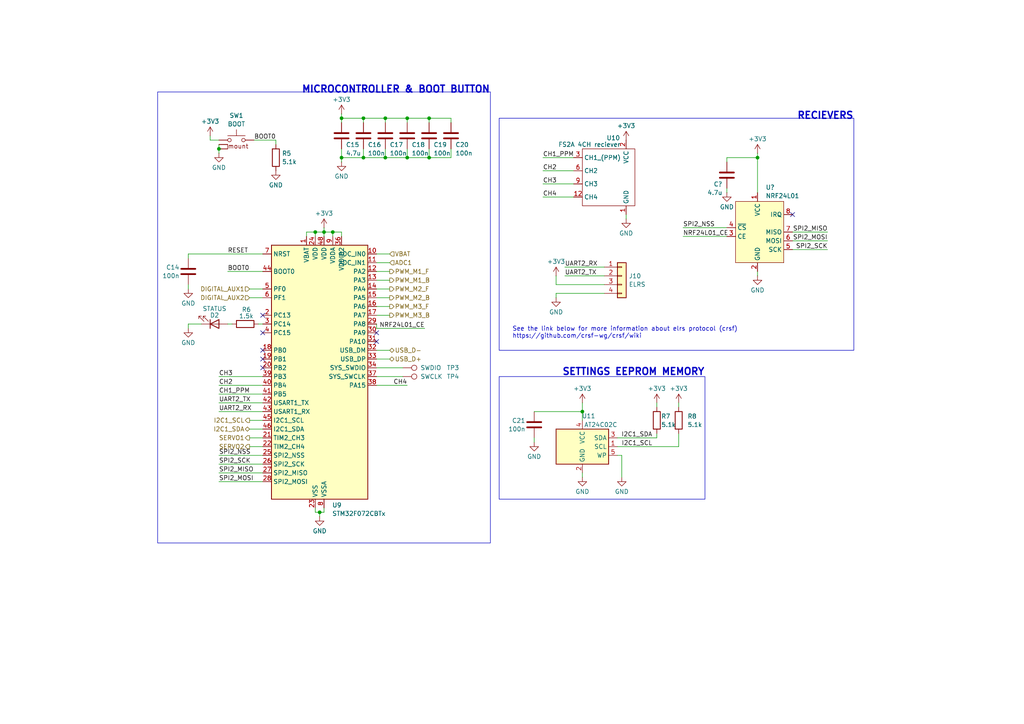
<source format=kicad_sch>
(kicad_sch
	(version 20250114)
	(generator "eeschema")
	(generator_version "9.0")
	(uuid "4c75e7a8-b9d3-4c1c-a39a-ccdca92506bc")
	(paper "A4")
	(title_block
		(title "Ant Robot control board")
		(date "2025-05-05")
		(rev "2.0")
		(company "Filippo Castellan")
	)
	(lib_symbols
		(symbol "Connector:TestPoint"
			(pin_numbers
				(hide yes)
			)
			(pin_names
				(offset 0.762)
				(hide yes)
			)
			(exclude_from_sim no)
			(in_bom yes)
			(on_board yes)
			(property "Reference" "TP"
				(at 0 6.858 0)
				(effects
					(font
						(size 1.27 1.27)
					)
				)
			)
			(property "Value" "TestPoint"
				(at 0 5.08 0)
				(effects
					(font
						(size 1.27 1.27)
					)
				)
			)
			(property "Footprint" ""
				(at 5.08 0 0)
				(effects
					(font
						(size 1.27 1.27)
					)
					(hide yes)
				)
			)
			(property "Datasheet" "~"
				(at 5.08 0 0)
				(effects
					(font
						(size 1.27 1.27)
					)
					(hide yes)
				)
			)
			(property "Description" "test point"
				(at 0 0 0)
				(effects
					(font
						(size 1.27 1.27)
					)
					(hide yes)
				)
			)
			(property "ki_keywords" "test point tp"
				(at 0 0 0)
				(effects
					(font
						(size 1.27 1.27)
					)
					(hide yes)
				)
			)
			(property "ki_fp_filters" "Pin* Test*"
				(at 0 0 0)
				(effects
					(font
						(size 1.27 1.27)
					)
					(hide yes)
				)
			)
			(symbol "TestPoint_0_1"
				(circle
					(center 0 3.302)
					(radius 0.762)
					(stroke
						(width 0)
						(type default)
					)
					(fill
						(type none)
					)
				)
			)
			(symbol "TestPoint_1_1"
				(pin passive line
					(at 0 0 90)
					(length 2.54)
					(name "1"
						(effects
							(font
								(size 1.27 1.27)
							)
						)
					)
					(number "1"
						(effects
							(font
								(size 1.27 1.27)
							)
						)
					)
				)
			)
			(embedded_fonts no)
		)
		(symbol "Connector_Generic:Conn_01x04"
			(pin_names
				(offset 1.016)
				(hide yes)
			)
			(exclude_from_sim no)
			(in_bom yes)
			(on_board yes)
			(property "Reference" "J"
				(at 0 5.08 0)
				(effects
					(font
						(size 1.27 1.27)
					)
				)
			)
			(property "Value" "Conn_01x04"
				(at 0 -7.62 0)
				(effects
					(font
						(size 1.27 1.27)
					)
				)
			)
			(property "Footprint" ""
				(at 0 0 0)
				(effects
					(font
						(size 1.27 1.27)
					)
					(hide yes)
				)
			)
			(property "Datasheet" "~"
				(at 0 0 0)
				(effects
					(font
						(size 1.27 1.27)
					)
					(hide yes)
				)
			)
			(property "Description" "Generic connector, single row, 01x04, script generated (kicad-library-utils/schlib/autogen/connector/)"
				(at 0 0 0)
				(effects
					(font
						(size 1.27 1.27)
					)
					(hide yes)
				)
			)
			(property "ki_keywords" "connector"
				(at 0 0 0)
				(effects
					(font
						(size 1.27 1.27)
					)
					(hide yes)
				)
			)
			(property "ki_fp_filters" "Connector*:*_1x??_*"
				(at 0 0 0)
				(effects
					(font
						(size 1.27 1.27)
					)
					(hide yes)
				)
			)
			(symbol "Conn_01x04_1_1"
				(rectangle
					(start -1.27 3.81)
					(end 1.27 -6.35)
					(stroke
						(width 0.254)
						(type default)
					)
					(fill
						(type background)
					)
				)
				(rectangle
					(start -1.27 2.667)
					(end 0 2.413)
					(stroke
						(width 0.1524)
						(type default)
					)
					(fill
						(type none)
					)
				)
				(rectangle
					(start -1.27 0.127)
					(end 0 -0.127)
					(stroke
						(width 0.1524)
						(type default)
					)
					(fill
						(type none)
					)
				)
				(rectangle
					(start -1.27 -2.413)
					(end 0 -2.667)
					(stroke
						(width 0.1524)
						(type default)
					)
					(fill
						(type none)
					)
				)
				(rectangle
					(start -1.27 -4.953)
					(end 0 -5.207)
					(stroke
						(width 0.1524)
						(type default)
					)
					(fill
						(type none)
					)
				)
				(pin passive line
					(at -5.08 2.54 0)
					(length 3.81)
					(name "Pin_1"
						(effects
							(font
								(size 1.27 1.27)
							)
						)
					)
					(number "1"
						(effects
							(font
								(size 1.27 1.27)
							)
						)
					)
				)
				(pin passive line
					(at -5.08 0 0)
					(length 3.81)
					(name "Pin_2"
						(effects
							(font
								(size 1.27 1.27)
							)
						)
					)
					(number "2"
						(effects
							(font
								(size 1.27 1.27)
							)
						)
					)
				)
				(pin passive line
					(at -5.08 -2.54 0)
					(length 3.81)
					(name "Pin_3"
						(effects
							(font
								(size 1.27 1.27)
							)
						)
					)
					(number "3"
						(effects
							(font
								(size 1.27 1.27)
							)
						)
					)
				)
				(pin passive line
					(at -5.08 -5.08 0)
					(length 3.81)
					(name "Pin_4"
						(effects
							(font
								(size 1.27 1.27)
							)
						)
					)
					(number "4"
						(effects
							(font
								(size 1.27 1.27)
							)
						)
					)
				)
			)
			(embedded_fonts no)
		)
		(symbol "Device:C"
			(pin_numbers
				(hide yes)
			)
			(pin_names
				(offset 0.254)
			)
			(exclude_from_sim no)
			(in_bom yes)
			(on_board yes)
			(property "Reference" "C"
				(at 0.635 2.54 0)
				(effects
					(font
						(size 1.27 1.27)
					)
					(justify left)
				)
			)
			(property "Value" "C"
				(at 0.635 -2.54 0)
				(effects
					(font
						(size 1.27 1.27)
					)
					(justify left)
				)
			)
			(property "Footprint" ""
				(at 0.9652 -3.81 0)
				(effects
					(font
						(size 1.27 1.27)
					)
					(hide yes)
				)
			)
			(property "Datasheet" "~"
				(at 0 0 0)
				(effects
					(font
						(size 1.27 1.27)
					)
					(hide yes)
				)
			)
			(property "Description" "Unpolarized capacitor"
				(at 0 0 0)
				(effects
					(font
						(size 1.27 1.27)
					)
					(hide yes)
				)
			)
			(property "ki_keywords" "cap capacitor"
				(at 0 0 0)
				(effects
					(font
						(size 1.27 1.27)
					)
					(hide yes)
				)
			)
			(property "ki_fp_filters" "C_*"
				(at 0 0 0)
				(effects
					(font
						(size 1.27 1.27)
					)
					(hide yes)
				)
			)
			(symbol "C_0_1"
				(polyline
					(pts
						(xy -2.032 0.762) (xy 2.032 0.762)
					)
					(stroke
						(width 0.508)
						(type default)
					)
					(fill
						(type none)
					)
				)
				(polyline
					(pts
						(xy -2.032 -0.762) (xy 2.032 -0.762)
					)
					(stroke
						(width 0.508)
						(type default)
					)
					(fill
						(type none)
					)
				)
			)
			(symbol "C_1_1"
				(pin passive line
					(at 0 3.81 270)
					(length 2.794)
					(name "~"
						(effects
							(font
								(size 1.27 1.27)
							)
						)
					)
					(number "1"
						(effects
							(font
								(size 1.27 1.27)
							)
						)
					)
				)
				(pin passive line
					(at 0 -3.81 90)
					(length 2.794)
					(name "~"
						(effects
							(font
								(size 1.27 1.27)
							)
						)
					)
					(number "2"
						(effects
							(font
								(size 1.27 1.27)
							)
						)
					)
				)
			)
			(embedded_fonts no)
		)
		(symbol "Device:LED"
			(pin_numbers
				(hide yes)
			)
			(pin_names
				(offset 1.016)
				(hide yes)
			)
			(exclude_from_sim no)
			(in_bom yes)
			(on_board yes)
			(property "Reference" "D"
				(at 0 2.54 0)
				(effects
					(font
						(size 1.27 1.27)
					)
				)
			)
			(property "Value" "LED"
				(at 0 -2.54 0)
				(effects
					(font
						(size 1.27 1.27)
					)
				)
			)
			(property "Footprint" ""
				(at 0 0 0)
				(effects
					(font
						(size 1.27 1.27)
					)
					(hide yes)
				)
			)
			(property "Datasheet" "~"
				(at 0 0 0)
				(effects
					(font
						(size 1.27 1.27)
					)
					(hide yes)
				)
			)
			(property "Description" "Light emitting diode"
				(at 0 0 0)
				(effects
					(font
						(size 1.27 1.27)
					)
					(hide yes)
				)
			)
			(property "ki_keywords" "LED diode"
				(at 0 0 0)
				(effects
					(font
						(size 1.27 1.27)
					)
					(hide yes)
				)
			)
			(property "ki_fp_filters" "LED* LED_SMD:* LED_THT:*"
				(at 0 0 0)
				(effects
					(font
						(size 1.27 1.27)
					)
					(hide yes)
				)
			)
			(symbol "LED_0_1"
				(polyline
					(pts
						(xy -3.048 -0.762) (xy -4.572 -2.286) (xy -3.81 -2.286) (xy -4.572 -2.286) (xy -4.572 -1.524)
					)
					(stroke
						(width 0)
						(type default)
					)
					(fill
						(type none)
					)
				)
				(polyline
					(pts
						(xy -1.778 -0.762) (xy -3.302 -2.286) (xy -2.54 -2.286) (xy -3.302 -2.286) (xy -3.302 -1.524)
					)
					(stroke
						(width 0)
						(type default)
					)
					(fill
						(type none)
					)
				)
				(polyline
					(pts
						(xy -1.27 0) (xy 1.27 0)
					)
					(stroke
						(width 0)
						(type default)
					)
					(fill
						(type none)
					)
				)
				(polyline
					(pts
						(xy -1.27 -1.27) (xy -1.27 1.27)
					)
					(stroke
						(width 0.254)
						(type default)
					)
					(fill
						(type none)
					)
				)
				(polyline
					(pts
						(xy 1.27 -1.27) (xy 1.27 1.27) (xy -1.27 0) (xy 1.27 -1.27)
					)
					(stroke
						(width 0.254)
						(type default)
					)
					(fill
						(type none)
					)
				)
			)
			(symbol "LED_1_1"
				(pin passive line
					(at -3.81 0 0)
					(length 2.54)
					(name "K"
						(effects
							(font
								(size 1.27 1.27)
							)
						)
					)
					(number "1"
						(effects
							(font
								(size 1.27 1.27)
							)
						)
					)
				)
				(pin passive line
					(at 3.81 0 180)
					(length 2.54)
					(name "A"
						(effects
							(font
								(size 1.27 1.27)
							)
						)
					)
					(number "2"
						(effects
							(font
								(size 1.27 1.27)
							)
						)
					)
				)
			)
			(embedded_fonts no)
		)
		(symbol "Device:R"
			(pin_numbers
				(hide yes)
			)
			(pin_names
				(offset 0)
			)
			(exclude_from_sim no)
			(in_bom yes)
			(on_board yes)
			(property "Reference" "R"
				(at 2.032 0 90)
				(effects
					(font
						(size 1.27 1.27)
					)
				)
			)
			(property "Value" "R"
				(at 0 0 90)
				(effects
					(font
						(size 1.27 1.27)
					)
				)
			)
			(property "Footprint" ""
				(at -1.778 0 90)
				(effects
					(font
						(size 1.27 1.27)
					)
					(hide yes)
				)
			)
			(property "Datasheet" "~"
				(at 0 0 0)
				(effects
					(font
						(size 1.27 1.27)
					)
					(hide yes)
				)
			)
			(property "Description" "Resistor"
				(at 0 0 0)
				(effects
					(font
						(size 1.27 1.27)
					)
					(hide yes)
				)
			)
			(property "ki_keywords" "R res resistor"
				(at 0 0 0)
				(effects
					(font
						(size 1.27 1.27)
					)
					(hide yes)
				)
			)
			(property "ki_fp_filters" "R_*"
				(at 0 0 0)
				(effects
					(font
						(size 1.27 1.27)
					)
					(hide yes)
				)
			)
			(symbol "R_0_1"
				(rectangle
					(start -1.016 -2.54)
					(end 1.016 2.54)
					(stroke
						(width 0.254)
						(type default)
					)
					(fill
						(type none)
					)
				)
			)
			(symbol "R_1_1"
				(pin passive line
					(at 0 3.81 270)
					(length 1.27)
					(name "~"
						(effects
							(font
								(size 1.27 1.27)
							)
						)
					)
					(number "1"
						(effects
							(font
								(size 1.27 1.27)
							)
						)
					)
				)
				(pin passive line
					(at 0 -3.81 90)
					(length 1.27)
					(name "~"
						(effects
							(font
								(size 1.27 1.27)
							)
						)
					)
					(number "2"
						(effects
							(font
								(size 1.27 1.27)
							)
						)
					)
				)
			)
			(embedded_fonts no)
		)
		(symbol "MCU_ST_STM32F0:STM32F072CBTx"
			(exclude_from_sim no)
			(in_bom yes)
			(on_board yes)
			(property "Reference" "U"
				(at -12.7 39.37 0)
				(effects
					(font
						(size 1.27 1.27)
					)
					(justify left)
				)
			)
			(property "Value" "STM32F072CBTx"
				(at 10.16 39.37 0)
				(effects
					(font
						(size 1.27 1.27)
					)
					(justify left)
				)
			)
			(property "Footprint" "Package_QFP:LQFP-48_7x7mm_P0.5mm"
				(at -12.7 -35.56 0)
				(effects
					(font
						(size 1.27 1.27)
					)
					(justify right)
					(hide yes)
				)
			)
			(property "Datasheet" "https://www.st.com/resource/en/datasheet/stm32f072cb.pdf"
				(at 0 0 0)
				(effects
					(font
						(size 1.27 1.27)
					)
					(hide yes)
				)
			)
			(property "Description" "STMicroelectronics Arm Cortex-M0 MCU, 128KB flash, 16KB RAM, 48 MHz, 2.0-3.6V, 37 GPIO, LQFP48"
				(at 0 0 0)
				(effects
					(font
						(size 1.27 1.27)
					)
					(hide yes)
				)
			)
			(property "ki_locked" ""
				(at 0 0 0)
				(effects
					(font
						(size 1.27 1.27)
					)
				)
			)
			(property "ki_keywords" "Arm Cortex-M0 STM32F0 STM32F0x2"
				(at 0 0 0)
				(effects
					(font
						(size 1.27 1.27)
					)
					(hide yes)
				)
			)
			(property "ki_fp_filters" "LQFP*7x7mm*P0.5mm*"
				(at 0 0 0)
				(effects
					(font
						(size 1.27 1.27)
					)
					(hide yes)
				)
			)
			(symbol "STM32F072CBTx_0_1"
				(rectangle
					(start -12.7 -35.56)
					(end 15.24 38.1)
					(stroke
						(width 0.254)
						(type default)
					)
					(fill
						(type background)
					)
				)
			)
			(symbol "STM32F072CBTx_1_1"
				(pin input line
					(at -15.24 35.56 0)
					(length 2.54)
					(name "NRST"
						(effects
							(font
								(size 1.27 1.27)
							)
						)
					)
					(number "7"
						(effects
							(font
								(size 1.27 1.27)
							)
						)
					)
				)
				(pin input line
					(at -15.24 30.48 0)
					(length 2.54)
					(name "BOOT0"
						(effects
							(font
								(size 1.27 1.27)
							)
						)
					)
					(number "44"
						(effects
							(font
								(size 1.27 1.27)
							)
						)
					)
				)
				(pin bidirectional line
					(at -15.24 25.4 0)
					(length 2.54)
					(name "PF0"
						(effects
							(font
								(size 1.27 1.27)
							)
						)
					)
					(number "5"
						(effects
							(font
								(size 1.27 1.27)
							)
						)
					)
					(alternate "CRS_SYNC" bidirectional line)
					(alternate "RCC_OSC_IN" bidirectional line)
				)
				(pin bidirectional line
					(at -15.24 22.86 0)
					(length 2.54)
					(name "PF1"
						(effects
							(font
								(size 1.27 1.27)
							)
						)
					)
					(number "6"
						(effects
							(font
								(size 1.27 1.27)
							)
						)
					)
					(alternate "RCC_OSC_OUT" bidirectional line)
				)
				(pin bidirectional line
					(at -15.24 17.78 0)
					(length 2.54)
					(name "PC13"
						(effects
							(font
								(size 1.27 1.27)
							)
						)
					)
					(number "2"
						(effects
							(font
								(size 1.27 1.27)
							)
						)
					)
					(alternate "RTC_OUT_ALARM" bidirectional line)
					(alternate "RTC_OUT_CALIB" bidirectional line)
					(alternate "RTC_TAMP1" bidirectional line)
					(alternate "RTC_TS" bidirectional line)
					(alternate "SYS_WKUP2" bidirectional line)
				)
				(pin bidirectional line
					(at -15.24 15.24 0)
					(length 2.54)
					(name "PC14"
						(effects
							(font
								(size 1.27 1.27)
							)
						)
					)
					(number "3"
						(effects
							(font
								(size 1.27 1.27)
							)
						)
					)
					(alternate "RCC_OSC32_IN" bidirectional line)
				)
				(pin bidirectional line
					(at -15.24 12.7 0)
					(length 2.54)
					(name "PC15"
						(effects
							(font
								(size 1.27 1.27)
							)
						)
					)
					(number "4"
						(effects
							(font
								(size 1.27 1.27)
							)
						)
					)
					(alternate "RCC_OSC32_OUT" bidirectional line)
				)
				(pin bidirectional line
					(at -15.24 7.62 0)
					(length 2.54)
					(name "PB0"
						(effects
							(font
								(size 1.27 1.27)
							)
						)
					)
					(number "18"
						(effects
							(font
								(size 1.27 1.27)
							)
						)
					)
					(alternate "ADC_IN8" bidirectional line)
					(alternate "TIM1_CH2N" bidirectional line)
					(alternate "TIM3_CH3" bidirectional line)
					(alternate "TSC_G3_IO2" bidirectional line)
					(alternate "USART3_CK" bidirectional line)
				)
				(pin bidirectional line
					(at -15.24 5.08 0)
					(length 2.54)
					(name "PB1"
						(effects
							(font
								(size 1.27 1.27)
							)
						)
					)
					(number "19"
						(effects
							(font
								(size 1.27 1.27)
							)
						)
					)
					(alternate "ADC_IN9" bidirectional line)
					(alternate "TIM14_CH1" bidirectional line)
					(alternate "TIM1_CH3N" bidirectional line)
					(alternate "TIM3_CH4" bidirectional line)
					(alternate "TSC_G3_IO3" bidirectional line)
					(alternate "USART3_DE" bidirectional line)
					(alternate "USART3_RTS" bidirectional line)
				)
				(pin bidirectional line
					(at -15.24 2.54 0)
					(length 2.54)
					(name "PB2"
						(effects
							(font
								(size 1.27 1.27)
							)
						)
					)
					(number "20"
						(effects
							(font
								(size 1.27 1.27)
							)
						)
					)
					(alternate "TSC_G3_IO4" bidirectional line)
				)
				(pin bidirectional line
					(at -15.24 0 0)
					(length 2.54)
					(name "PB3"
						(effects
							(font
								(size 1.27 1.27)
							)
						)
					)
					(number "39"
						(effects
							(font
								(size 1.27 1.27)
							)
						)
					)
					(alternate "I2S1_CK" bidirectional line)
					(alternate "SPI1_SCK" bidirectional line)
					(alternate "TIM2_CH2" bidirectional line)
					(alternate "TSC_G5_IO1" bidirectional line)
				)
				(pin bidirectional line
					(at -15.24 -2.54 0)
					(length 2.54)
					(name "PB4"
						(effects
							(font
								(size 1.27 1.27)
							)
						)
					)
					(number "40"
						(effects
							(font
								(size 1.27 1.27)
							)
						)
					)
					(alternate "I2S1_MCK" bidirectional line)
					(alternate "SPI1_MISO" bidirectional line)
					(alternate "TIM17_BKIN" bidirectional line)
					(alternate "TIM3_CH1" bidirectional line)
					(alternate "TSC_G5_IO2" bidirectional line)
				)
				(pin bidirectional line
					(at -15.24 -5.08 0)
					(length 2.54)
					(name "PB5"
						(effects
							(font
								(size 1.27 1.27)
							)
						)
					)
					(number "41"
						(effects
							(font
								(size 1.27 1.27)
							)
						)
					)
					(alternate "I2C1_SMBA" bidirectional line)
					(alternate "I2S1_SD" bidirectional line)
					(alternate "SPI1_MOSI" bidirectional line)
					(alternate "SYS_WKUP6" bidirectional line)
					(alternate "TIM16_BKIN" bidirectional line)
					(alternate "TIM3_CH2" bidirectional line)
				)
				(pin bidirectional line
					(at -15.24 -7.62 0)
					(length 2.54)
					(name "PB6"
						(effects
							(font
								(size 1.27 1.27)
							)
						)
					)
					(number "42"
						(effects
							(font
								(size 1.27 1.27)
							)
						)
					)
					(alternate "I2C1_SCL" bidirectional line)
					(alternate "TIM16_CH1N" bidirectional line)
					(alternate "TSC_G5_IO3" bidirectional line)
					(alternate "USART1_TX" bidirectional line)
				)
				(pin bidirectional line
					(at -15.24 -10.16 0)
					(length 2.54)
					(name "PB7"
						(effects
							(font
								(size 1.27 1.27)
							)
						)
					)
					(number "43"
						(effects
							(font
								(size 1.27 1.27)
							)
						)
					)
					(alternate "I2C1_SDA" bidirectional line)
					(alternate "TIM17_CH1N" bidirectional line)
					(alternate "TSC_G5_IO4" bidirectional line)
					(alternate "USART1_RX" bidirectional line)
					(alternate "USART4_CTS" bidirectional line)
				)
				(pin bidirectional line
					(at -15.24 -12.7 0)
					(length 2.54)
					(name "PB8"
						(effects
							(font
								(size 1.27 1.27)
							)
						)
					)
					(number "45"
						(effects
							(font
								(size 1.27 1.27)
							)
						)
					)
					(alternate "CAN_RX" bidirectional line)
					(alternate "CEC" bidirectional line)
					(alternate "I2C1_SCL" bidirectional line)
					(alternate "TIM16_CH1" bidirectional line)
					(alternate "TSC_SYNC" bidirectional line)
				)
				(pin bidirectional line
					(at -15.24 -15.24 0)
					(length 2.54)
					(name "PB9"
						(effects
							(font
								(size 1.27 1.27)
							)
						)
					)
					(number "46"
						(effects
							(font
								(size 1.27 1.27)
							)
						)
					)
					(alternate "CAN_TX" bidirectional line)
					(alternate "DAC_EXTI9" bidirectional line)
					(alternate "I2C1_SDA" bidirectional line)
					(alternate "I2S2_WS" bidirectional line)
					(alternate "IR_OUT" bidirectional line)
					(alternate "SPI2_NSS" bidirectional line)
					(alternate "TIM17_CH1" bidirectional line)
				)
				(pin bidirectional line
					(at -15.24 -17.78 0)
					(length 2.54)
					(name "PB10"
						(effects
							(font
								(size 1.27 1.27)
							)
						)
					)
					(number "21"
						(effects
							(font
								(size 1.27 1.27)
							)
						)
					)
					(alternate "CEC" bidirectional line)
					(alternate "I2C2_SCL" bidirectional line)
					(alternate "I2S2_CK" bidirectional line)
					(alternate "SPI2_SCK" bidirectional line)
					(alternate "TIM2_CH3" bidirectional line)
					(alternate "TSC_SYNC" bidirectional line)
					(alternate "USART3_TX" bidirectional line)
				)
				(pin bidirectional line
					(at -15.24 -20.32 0)
					(length 2.54)
					(name "PB11"
						(effects
							(font
								(size 1.27 1.27)
							)
						)
					)
					(number "22"
						(effects
							(font
								(size 1.27 1.27)
							)
						)
					)
					(alternate "I2C2_SDA" bidirectional line)
					(alternate "TIM2_CH4" bidirectional line)
					(alternate "TSC_G6_IO1" bidirectional line)
					(alternate "USART3_RX" bidirectional line)
				)
				(pin bidirectional line
					(at -15.24 -22.86 0)
					(length 2.54)
					(name "PB12"
						(effects
							(font
								(size 1.27 1.27)
							)
						)
					)
					(number "25"
						(effects
							(font
								(size 1.27 1.27)
							)
						)
					)
					(alternate "I2S2_WS" bidirectional line)
					(alternate "SPI2_NSS" bidirectional line)
					(alternate "TIM15_BKIN" bidirectional line)
					(alternate "TIM1_BKIN" bidirectional line)
					(alternate "TSC_G6_IO2" bidirectional line)
					(alternate "USART3_CK" bidirectional line)
				)
				(pin bidirectional line
					(at -15.24 -25.4 0)
					(length 2.54)
					(name "PB13"
						(effects
							(font
								(size 1.27 1.27)
							)
						)
					)
					(number "26"
						(effects
							(font
								(size 1.27 1.27)
							)
						)
					)
					(alternate "I2C2_SCL" bidirectional line)
					(alternate "I2S2_CK" bidirectional line)
					(alternate "SPI2_SCK" bidirectional line)
					(alternate "TIM1_CH1N" bidirectional line)
					(alternate "TSC_G6_IO3" bidirectional line)
					(alternate "USART3_CTS" bidirectional line)
				)
				(pin bidirectional line
					(at -15.24 -27.94 0)
					(length 2.54)
					(name "PB14"
						(effects
							(font
								(size 1.27 1.27)
							)
						)
					)
					(number "27"
						(effects
							(font
								(size 1.27 1.27)
							)
						)
					)
					(alternate "I2C2_SDA" bidirectional line)
					(alternate "I2S2_MCK" bidirectional line)
					(alternate "SPI2_MISO" bidirectional line)
					(alternate "TIM15_CH1" bidirectional line)
					(alternate "TIM1_CH2N" bidirectional line)
					(alternate "TSC_G6_IO4" bidirectional line)
					(alternate "USART3_DE" bidirectional line)
					(alternate "USART3_RTS" bidirectional line)
				)
				(pin bidirectional line
					(at -15.24 -30.48 0)
					(length 2.54)
					(name "PB15"
						(effects
							(font
								(size 1.27 1.27)
							)
						)
					)
					(number "28"
						(effects
							(font
								(size 1.27 1.27)
							)
						)
					)
					(alternate "I2S2_SD" bidirectional line)
					(alternate "RTC_REFIN" bidirectional line)
					(alternate "SPI2_MOSI" bidirectional line)
					(alternate "SYS_WKUP7" bidirectional line)
					(alternate "TIM15_CH1N" bidirectional line)
					(alternate "TIM15_CH2" bidirectional line)
					(alternate "TIM1_CH3N" bidirectional line)
				)
				(pin power_in line
					(at -2.54 40.64 270)
					(length 2.54)
					(name "VBAT"
						(effects
							(font
								(size 1.27 1.27)
							)
						)
					)
					(number "1"
						(effects
							(font
								(size 1.27 1.27)
							)
						)
					)
				)
				(pin power_in line
					(at 0 40.64 270)
					(length 2.54)
					(name "VDD"
						(effects
							(font
								(size 1.27 1.27)
							)
						)
					)
					(number "24"
						(effects
							(font
								(size 1.27 1.27)
							)
						)
					)
				)
				(pin power_in line
					(at 0 -38.1 90)
					(length 2.54)
					(name "VSS"
						(effects
							(font
								(size 1.27 1.27)
							)
						)
					)
					(number "23"
						(effects
							(font
								(size 1.27 1.27)
							)
						)
					)
				)
				(pin passive line
					(at 0 -38.1 90)
					(length 2.54)
					(hide yes)
					(name "VSS"
						(effects
							(font
								(size 1.27 1.27)
							)
						)
					)
					(number "35"
						(effects
							(font
								(size 1.27 1.27)
							)
						)
					)
				)
				(pin passive line
					(at 0 -38.1 90)
					(length 2.54)
					(hide yes)
					(name "VSS"
						(effects
							(font
								(size 1.27 1.27)
							)
						)
					)
					(number "47"
						(effects
							(font
								(size 1.27 1.27)
							)
						)
					)
				)
				(pin power_in line
					(at 2.54 40.64 270)
					(length 2.54)
					(name "VDD"
						(effects
							(font
								(size 1.27 1.27)
							)
						)
					)
					(number "48"
						(effects
							(font
								(size 1.27 1.27)
							)
						)
					)
				)
				(pin power_in line
					(at 2.54 -38.1 90)
					(length 2.54)
					(name "VSSA"
						(effects
							(font
								(size 1.27 1.27)
							)
						)
					)
					(number "8"
						(effects
							(font
								(size 1.27 1.27)
							)
						)
					)
				)
				(pin power_in line
					(at 5.08 40.64 270)
					(length 2.54)
					(name "VDDA"
						(effects
							(font
								(size 1.27 1.27)
							)
						)
					)
					(number "9"
						(effects
							(font
								(size 1.27 1.27)
							)
						)
					)
				)
				(pin power_in line
					(at 7.62 40.64 270)
					(length 2.54)
					(name "VDDIO2"
						(effects
							(font
								(size 1.27 1.27)
							)
						)
					)
					(number "36"
						(effects
							(font
								(size 1.27 1.27)
							)
						)
					)
				)
				(pin bidirectional line
					(at 17.78 35.56 180)
					(length 2.54)
					(name "PA0"
						(effects
							(font
								(size 1.27 1.27)
							)
						)
					)
					(number "10"
						(effects
							(font
								(size 1.27 1.27)
							)
						)
					)
					(alternate "ADC_IN0" bidirectional line)
					(alternate "COMP1_INM" bidirectional line)
					(alternate "COMP1_OUT" bidirectional line)
					(alternate "RTC_TAMP2" bidirectional line)
					(alternate "SYS_WKUP1" bidirectional line)
					(alternate "TIM2_CH1" bidirectional line)
					(alternate "TIM2_ETR" bidirectional line)
					(alternate "TSC_G1_IO1" bidirectional line)
					(alternate "USART2_CTS" bidirectional line)
					(alternate "USART4_TX" bidirectional line)
				)
				(pin bidirectional line
					(at 17.78 33.02 180)
					(length 2.54)
					(name "PA1"
						(effects
							(font
								(size 1.27 1.27)
							)
						)
					)
					(number "11"
						(effects
							(font
								(size 1.27 1.27)
							)
						)
					)
					(alternate "ADC_IN1" bidirectional line)
					(alternate "COMP1_INP" bidirectional line)
					(alternate "TIM15_CH1N" bidirectional line)
					(alternate "TIM2_CH2" bidirectional line)
					(alternate "TSC_G1_IO2" bidirectional line)
					(alternate "USART2_DE" bidirectional line)
					(alternate "USART2_RTS" bidirectional line)
					(alternate "USART4_RX" bidirectional line)
				)
				(pin bidirectional line
					(at 17.78 30.48 180)
					(length 2.54)
					(name "PA2"
						(effects
							(font
								(size 1.27 1.27)
							)
						)
					)
					(number "12"
						(effects
							(font
								(size 1.27 1.27)
							)
						)
					)
					(alternate "ADC_IN2" bidirectional line)
					(alternate "COMP2_INM" bidirectional line)
					(alternate "COMP2_OUT" bidirectional line)
					(alternate "SYS_WKUP4" bidirectional line)
					(alternate "TIM15_CH1" bidirectional line)
					(alternate "TIM2_CH3" bidirectional line)
					(alternate "TSC_G1_IO3" bidirectional line)
					(alternate "USART2_TX" bidirectional line)
				)
				(pin bidirectional line
					(at 17.78 27.94 180)
					(length 2.54)
					(name "PA3"
						(effects
							(font
								(size 1.27 1.27)
							)
						)
					)
					(number "13"
						(effects
							(font
								(size 1.27 1.27)
							)
						)
					)
					(alternate "ADC_IN3" bidirectional line)
					(alternate "COMP2_INP" bidirectional line)
					(alternate "TIM15_CH2" bidirectional line)
					(alternate "TIM2_CH4" bidirectional line)
					(alternate "TSC_G1_IO4" bidirectional line)
					(alternate "USART2_RX" bidirectional line)
				)
				(pin bidirectional line
					(at 17.78 25.4 180)
					(length 2.54)
					(name "PA4"
						(effects
							(font
								(size 1.27 1.27)
							)
						)
					)
					(number "14"
						(effects
							(font
								(size 1.27 1.27)
							)
						)
					)
					(alternate "ADC_IN4" bidirectional line)
					(alternate "COMP1_INM" bidirectional line)
					(alternate "COMP2_INM" bidirectional line)
					(alternate "DAC_OUT1" bidirectional line)
					(alternate "I2S1_WS" bidirectional line)
					(alternate "SPI1_NSS" bidirectional line)
					(alternate "TIM14_CH1" bidirectional line)
					(alternate "TSC_G2_IO1" bidirectional line)
					(alternate "USART2_CK" bidirectional line)
				)
				(pin bidirectional line
					(at 17.78 22.86 180)
					(length 2.54)
					(name "PA5"
						(effects
							(font
								(size 1.27 1.27)
							)
						)
					)
					(number "15"
						(effects
							(font
								(size 1.27 1.27)
							)
						)
					)
					(alternate "ADC_IN5" bidirectional line)
					(alternate "CEC" bidirectional line)
					(alternate "COMP1_INM" bidirectional line)
					(alternate "COMP2_INM" bidirectional line)
					(alternate "DAC_OUT2" bidirectional line)
					(alternate "I2S1_CK" bidirectional line)
					(alternate "SPI1_SCK" bidirectional line)
					(alternate "TIM2_CH1" bidirectional line)
					(alternate "TIM2_ETR" bidirectional line)
					(alternate "TSC_G2_IO2" bidirectional line)
				)
				(pin bidirectional line
					(at 17.78 20.32 180)
					(length 2.54)
					(name "PA6"
						(effects
							(font
								(size 1.27 1.27)
							)
						)
					)
					(number "16"
						(effects
							(font
								(size 1.27 1.27)
							)
						)
					)
					(alternate "ADC_IN6" bidirectional line)
					(alternate "COMP1_OUT" bidirectional line)
					(alternate "I2S1_MCK" bidirectional line)
					(alternate "SPI1_MISO" bidirectional line)
					(alternate "TIM16_CH1" bidirectional line)
					(alternate "TIM1_BKIN" bidirectional line)
					(alternate "TIM3_CH1" bidirectional line)
					(alternate "TSC_G2_IO3" bidirectional line)
					(alternate "USART3_CTS" bidirectional line)
				)
				(pin bidirectional line
					(at 17.78 17.78 180)
					(length 2.54)
					(name "PA7"
						(effects
							(font
								(size 1.27 1.27)
							)
						)
					)
					(number "17"
						(effects
							(font
								(size 1.27 1.27)
							)
						)
					)
					(alternate "ADC_IN7" bidirectional line)
					(alternate "COMP2_OUT" bidirectional line)
					(alternate "I2S1_SD" bidirectional line)
					(alternate "SPI1_MOSI" bidirectional line)
					(alternate "TIM14_CH1" bidirectional line)
					(alternate "TIM17_CH1" bidirectional line)
					(alternate "TIM1_CH1N" bidirectional line)
					(alternate "TIM3_CH2" bidirectional line)
					(alternate "TSC_G2_IO4" bidirectional line)
				)
				(pin bidirectional line
					(at 17.78 15.24 180)
					(length 2.54)
					(name "PA8"
						(effects
							(font
								(size 1.27 1.27)
							)
						)
					)
					(number "29"
						(effects
							(font
								(size 1.27 1.27)
							)
						)
					)
					(alternate "CRS_SYNC" bidirectional line)
					(alternate "RCC_MCO" bidirectional line)
					(alternate "TIM1_CH1" bidirectional line)
					(alternate "USART1_CK" bidirectional line)
				)
				(pin bidirectional line
					(at 17.78 12.7 180)
					(length 2.54)
					(name "PA9"
						(effects
							(font
								(size 1.27 1.27)
							)
						)
					)
					(number "30"
						(effects
							(font
								(size 1.27 1.27)
							)
						)
					)
					(alternate "DAC_EXTI9" bidirectional line)
					(alternate "TIM15_BKIN" bidirectional line)
					(alternate "TIM1_CH2" bidirectional line)
					(alternate "TSC_G4_IO1" bidirectional line)
					(alternate "USART1_TX" bidirectional line)
				)
				(pin bidirectional line
					(at 17.78 10.16 180)
					(length 2.54)
					(name "PA10"
						(effects
							(font
								(size 1.27 1.27)
							)
						)
					)
					(number "31"
						(effects
							(font
								(size 1.27 1.27)
							)
						)
					)
					(alternate "TIM17_BKIN" bidirectional line)
					(alternate "TIM1_CH3" bidirectional line)
					(alternate "TSC_G4_IO2" bidirectional line)
					(alternate "USART1_RX" bidirectional line)
				)
				(pin bidirectional line
					(at 17.78 7.62 180)
					(length 2.54)
					(name "PA11"
						(effects
							(font
								(size 1.27 1.27)
							)
						)
					)
					(number "32"
						(effects
							(font
								(size 1.27 1.27)
							)
						)
					)
					(alternate "CAN_RX" bidirectional line)
					(alternate "COMP1_OUT" bidirectional line)
					(alternate "TIM1_CH4" bidirectional line)
					(alternate "TSC_G4_IO3" bidirectional line)
					(alternate "USART1_CTS" bidirectional line)
					(alternate "USB_DM" bidirectional line)
				)
				(pin bidirectional line
					(at 17.78 5.08 180)
					(length 2.54)
					(name "PA12"
						(effects
							(font
								(size 1.27 1.27)
							)
						)
					)
					(number "33"
						(effects
							(font
								(size 1.27 1.27)
							)
						)
					)
					(alternate "CAN_TX" bidirectional line)
					(alternate "COMP2_OUT" bidirectional line)
					(alternate "TIM1_ETR" bidirectional line)
					(alternate "TSC_G4_IO4" bidirectional line)
					(alternate "USART1_DE" bidirectional line)
					(alternate "USART1_RTS" bidirectional line)
					(alternate "USB_DP" bidirectional line)
				)
				(pin bidirectional line
					(at 17.78 2.54 180)
					(length 2.54)
					(name "PA13"
						(effects
							(font
								(size 1.27 1.27)
							)
						)
					)
					(number "34"
						(effects
							(font
								(size 1.27 1.27)
							)
						)
					)
					(alternate "IR_OUT" bidirectional line)
					(alternate "SYS_SWDIO" bidirectional line)
					(alternate "USB_NOE" bidirectional line)
				)
				(pin bidirectional line
					(at 17.78 0 180)
					(length 2.54)
					(name "PA14"
						(effects
							(font
								(size 1.27 1.27)
							)
						)
					)
					(number "37"
						(effects
							(font
								(size 1.27 1.27)
							)
						)
					)
					(alternate "SYS_SWCLK" bidirectional line)
					(alternate "USART2_TX" bidirectional line)
				)
				(pin bidirectional line
					(at 17.78 -2.54 180)
					(length 2.54)
					(name "PA15"
						(effects
							(font
								(size 1.27 1.27)
							)
						)
					)
					(number "38"
						(effects
							(font
								(size 1.27 1.27)
							)
						)
					)
					(alternate "I2S1_WS" bidirectional line)
					(alternate "SPI1_NSS" bidirectional line)
					(alternate "TIM2_CH1" bidirectional line)
					(alternate "TIM2_ETR" bidirectional line)
					(alternate "USART2_RX" bidirectional line)
					(alternate "USART4_DE" bidirectional line)
					(alternate "USART4_RTS" bidirectional line)
				)
			)
			(embedded_fonts no)
		)
		(symbol "Memory_EEPROM:AT24CS02-STUM"
			(exclude_from_sim no)
			(in_bom yes)
			(on_board yes)
			(property "Reference" "U"
				(at -7.62 6.35 0)
				(effects
					(font
						(size 1.27 1.27)
					)
				)
			)
			(property "Value" "AT24CS02-STUM"
				(at 2.54 -6.35 0)
				(effects
					(font
						(size 1.27 1.27)
					)
					(justify left)
				)
			)
			(property "Footprint" "Package_TO_SOT_SMD:SOT-23-5"
				(at 0 0 0)
				(effects
					(font
						(size 1.27 1.27)
					)
					(hide yes)
				)
			)
			(property "Datasheet" "http://ww1.microchip.com/downloads/en/DeviceDoc/Atmel-8815-SEEPROM-AT24CS01-02-Datasheet.pdf"
				(at 0 0 0)
				(effects
					(font
						(size 1.27 1.27)
					)
					(hide yes)
				)
			)
			(property "Description" "I2C Serial EEPROM, 2Kb (256x8) with Unique Serial Number, SOT-23-5"
				(at 0 0 0)
				(effects
					(font
						(size 1.27 1.27)
					)
					(hide yes)
				)
			)
			(property "ki_keywords" "I2C Serial EEPROM Nonvolatile Memory"
				(at 0 0 0)
				(effects
					(font
						(size 1.27 1.27)
					)
					(hide yes)
				)
			)
			(property "ki_fp_filters" "SOT?23*"
				(at 0 0 0)
				(effects
					(font
						(size 1.27 1.27)
					)
					(hide yes)
				)
			)
			(symbol "AT24CS02-STUM_1_1"
				(rectangle
					(start -7.62 5.08)
					(end 7.62 -5.08)
					(stroke
						(width 0.254)
						(type default)
					)
					(fill
						(type background)
					)
				)
				(pin power_in line
					(at 0 7.62 270)
					(length 2.54)
					(name "VCC"
						(effects
							(font
								(size 1.27 1.27)
							)
						)
					)
					(number "4"
						(effects
							(font
								(size 1.27 1.27)
							)
						)
					)
				)
				(pin power_in line
					(at 0 -7.62 90)
					(length 2.54)
					(name "GND"
						(effects
							(font
								(size 1.27 1.27)
							)
						)
					)
					(number "2"
						(effects
							(font
								(size 1.27 1.27)
							)
						)
					)
				)
				(pin bidirectional line
					(at 10.16 2.54 180)
					(length 2.54)
					(name "SDA"
						(effects
							(font
								(size 1.27 1.27)
							)
						)
					)
					(number "3"
						(effects
							(font
								(size 1.27 1.27)
							)
						)
					)
				)
				(pin input line
					(at 10.16 0 180)
					(length 2.54)
					(name "SCL"
						(effects
							(font
								(size 1.27 1.27)
							)
						)
					)
					(number "1"
						(effects
							(font
								(size 1.27 1.27)
							)
						)
					)
				)
				(pin input line
					(at 10.16 -2.54 180)
					(length 2.54)
					(name "WP"
						(effects
							(font
								(size 1.27 1.27)
							)
						)
					)
					(number "5"
						(effects
							(font
								(size 1.27 1.27)
							)
						)
					)
				)
			)
			(embedded_fonts no)
		)
		(symbol "SW_Push_1"
			(pin_numbers
				(hide yes)
			)
			(pin_names
				(offset 1.016)
				(hide yes)
			)
			(exclude_from_sim no)
			(in_bom yes)
			(on_board yes)
			(property "Reference" "SW2"
				(at 0 7.1271 0)
				(effects
					(font
						(size 1.27 1.27)
					)
				)
			)
			(property "Value" "RESET"
				(at 0 4.6617 0)
				(effects
					(font
						(size 1.27 1.27)
					)
				)
			)
			(property "Footprint" "_MIA footprint:SW-SMD_TS24CA SMD BUTTO 90deg"
				(at 0 5.08 0)
				(effects
					(font
						(size 1.27 1.27)
					)
					(hide yes)
				)
			)
			(property "Datasheet" "~"
				(at 0 5.08 0)
				(effects
					(font
						(size 1.27 1.27)
					)
					(hide yes)
				)
			)
			(property "Description" "Push button switch, generic, two pins"
				(at 0 3.048 0)
				(effects
					(font
						(size 1.27 1.27)
					)
					(hide yes)
				)
			)
			(property "LCSC" "C393942"
				(at 0 -4.064 0)
				(effects
					(font
						(size 1.27 1.27)
					)
					(hide yes)
				)
			)
			(property "ki_keywords" "switch normally-open pushbutton push-button"
				(at 0 0 0)
				(effects
					(font
						(size 1.27 1.27)
					)
					(hide yes)
				)
			)
			(symbol "SW_Push_1_0_1"
				(polyline
					(pts
						(xy -2.54 -1.27) (xy -2.54 -2.54)
					)
					(stroke
						(width 0)
						(type default)
					)
					(fill
						(type none)
					)
				)
				(circle
					(center -2.032 0)
					(radius 0.508)
					(stroke
						(width 0)
						(type default)
					)
					(fill
						(type none)
					)
				)
				(polyline
					(pts
						(xy 0 1.27) (xy 0 3.048)
					)
					(stroke
						(width 0)
						(type default)
					)
					(fill
						(type none)
					)
				)
				(circle
					(center 2.032 0)
					(radius 0.508)
					(stroke
						(width 0)
						(type default)
					)
					(fill
						(type none)
					)
				)
				(polyline
					(pts
						(xy 2.54 1.27) (xy -2.54 1.27)
					)
					(stroke
						(width 0)
						(type default)
					)
					(fill
						(type none)
					)
				)
				(pin passive line
					(at -5.08 0 0)
					(length 2.54)
					(name "1"
						(effects
							(font
								(size 1.27 1.27)
							)
						)
					)
					(number "1"
						(effects
							(font
								(size 1.27 1.27)
							)
						)
					)
				)
				(pin passive line
					(at 5.08 0 180)
					(length 2.54)
					(name "2"
						(effects
							(font
								(size 1.27 1.27)
							)
						)
					)
					(number "2"
						(effects
							(font
								(size 1.27 1.27)
							)
						)
					)
				)
			)
			(symbol "SW_Push_1_1_1"
				(text "mount"
					(at 0.508 -1.778 0)
					(effects
						(font
							(size 1.27 1.27)
						)
					)
				)
				(pin passive line
					(at -5.08 -1.27 0)
					(length 2.54)
					(name "hold"
						(effects
							(font
								(size 1.27 1.27)
							)
						)
					)
					(number "3"
						(effects
							(font
								(size 1.27 1.27)
							)
						)
					)
				)
				(pin passive line
					(at -5.08 -2.54 0)
					(length 2.54)
					(name "hold"
						(effects
							(font
								(size 1.27 1.27)
							)
						)
					)
					(number "4"
						(effects
							(font
								(size 1.27 1.27)
							)
						)
					)
				)
			)
			(embedded_fonts no)
		)
		(symbol "_My_boards:FS2A 4CH reciever"
			(exclude_from_sim no)
			(in_bom yes)
			(on_board yes)
			(property "Reference" "U"
				(at 3.302 5.334 0)
				(effects
					(font
						(size 1.27 1.27)
					)
				)
			)
			(property "Value" "FS2A 4CH reciever"
				(at 4.318 3.556 0)
				(effects
					(font
						(size 1.27 1.27)
					)
				)
			)
			(property "Footprint" "_My_modules:FS2A 4CH reciever"
				(at 3.302 7.366 0)
				(effects
					(font
						(size 1.27 1.27)
					)
					(hide yes)
				)
			)
			(property "Datasheet" ""
				(at 17.526 5.334 0)
				(effects
					(font
						(size 1.27 1.27)
					)
					(hide yes)
				)
			)
			(property "Description" ""
				(at 17.526 5.334 0)
				(effects
					(font
						(size 1.27 1.27)
					)
					(hide yes)
				)
			)
			(symbol "FS2A 4CH reciever_0_1"
				(rectangle
					(start 2.54 2.54)
					(end 17.78 -13.97)
					(stroke
						(width 0)
						(type default)
					)
					(fill
						(type none)
					)
				)
			)
			(symbol "FS2A 4CH reciever_1_1"
				(pin output line
					(at 0 0 0)
					(length 2.54)
					(name "CH1_(PPM)"
						(effects
							(font
								(size 1.27 1.27)
							)
						)
					)
					(number "3"
						(effects
							(font
								(size 1.27 1.27)
							)
						)
					)
				)
				(pin output line
					(at 0 -3.81 0)
					(length 2.54)
					(name "CH2"
						(effects
							(font
								(size 1.27 1.27)
							)
						)
					)
					(number "6"
						(effects
							(font
								(size 1.27 1.27)
							)
						)
					)
				)
				(pin output line
					(at 0 -7.62 0)
					(length 2.54)
					(name "CH3"
						(effects
							(font
								(size 1.27 1.27)
							)
						)
					)
					(number "9"
						(effects
							(font
								(size 1.27 1.27)
							)
						)
					)
				)
				(pin output line
					(at 0 -11.43 0)
					(length 2.54)
					(name "CH4"
						(effects
							(font
								(size 1.27 1.27)
							)
						)
					)
					(number "12"
						(effects
							(font
								(size 1.27 1.27)
							)
						)
					)
				)
				(pin unspecified line
					(at 15.24 5.08 270)
					(length 2.54)
					(hide yes)
					(name ""
						(effects
							(font
								(size 1.27 1.27)
							)
						)
					)
					(number "11"
						(effects
							(font
								(size 1.27 1.27)
							)
						)
					)
				)
				(pin unspecified line
					(at 15.24 5.08 270)
					(length 2.54)
					(name "VCC"
						(effects
							(font
								(size 1.27 1.27)
							)
						)
					)
					(number "2"
						(effects
							(font
								(size 1.27 1.27)
							)
						)
					)
				)
				(pin unspecified line
					(at 15.24 5.08 270)
					(length 2.54)
					(hide yes)
					(name ""
						(effects
							(font
								(size 1.27 1.27)
							)
						)
					)
					(number "5"
						(effects
							(font
								(size 1.27 1.27)
							)
						)
					)
				)
				(pin unspecified line
					(at 15.24 5.08 270)
					(length 2.54)
					(hide yes)
					(name ""
						(effects
							(font
								(size 1.27 1.27)
							)
						)
					)
					(number "8"
						(effects
							(font
								(size 1.27 1.27)
							)
						)
					)
				)
				(pin unspecified line
					(at 15.24 -16.51 90)
					(length 2.54)
					(name "GND"
						(effects
							(font
								(size 1.27 1.27)
							)
						)
					)
					(number "1"
						(effects
							(font
								(size 1.27 1.27)
							)
						)
					)
				)
				(pin unspecified line
					(at 15.24 -16.51 90)
					(length 2.54)
					(hide yes)
					(name ""
						(effects
							(font
								(size 1.27 1.27)
							)
						)
					)
					(number "10"
						(effects
							(font
								(size 1.27 1.27)
							)
						)
					)
				)
				(pin unspecified line
					(at 15.24 -16.51 90)
					(length 2.54)
					(hide yes)
					(name ""
						(effects
							(font
								(size 1.27 1.27)
							)
						)
					)
					(number "4"
						(effects
							(font
								(size 1.27 1.27)
							)
						)
					)
				)
				(pin unspecified line
					(at 15.24 -16.51 90)
					(length 2.54)
					(hide yes)
					(name ""
						(effects
							(font
								(size 1.27 1.27)
							)
						)
					)
					(number "7"
						(effects
							(font
								(size 1.27 1.27)
							)
						)
					)
				)
			)
			(embedded_fonts no)
		)
		(symbol "_My_sensors:NRF24L01"
			(exclude_from_sim no)
			(in_bom yes)
			(on_board yes)
			(property "Reference" "U"
				(at 5.08 11.43 0)
				(effects
					(font
						(size 1.27 1.27)
					)
				)
			)
			(property "Value" "NRF24L01"
				(at 6.35 8.89 0)
				(effects
					(font
						(size 1.27 1.27)
					)
				)
			)
			(property "Footprint" "_My_boards:NRF24L01+ SMD"
				(at 0 30.48 0)
				(effects
					(font
						(size 1.27 1.27)
					)
					(hide yes)
				)
			)
			(property "Datasheet" "https://www.sparkfun.com/datasheets/Components/SMD/nRF24L01Pluss_Preliminary_Product_Specification_v1_0.pdf"
				(at 0 27.94 0)
				(effects
					(font
						(size 1.27 1.27)
					)
					(hide yes)
				)
			)
			(property "Description" "NRF24L01 RF transciever 2.4GHz"
				(at 0 0 0)
				(effects
					(font
						(size 1.27 1.27)
					)
					(hide yes)
				)
			)
			(property "ki_keywords" "NRF24L01 "
				(at 0 0 0)
				(effects
					(font
						(size 1.27 1.27)
					)
					(hide yes)
				)
			)
			(symbol "NRF24L01_1_1"
				(rectangle
					(start -6.35 7.62)
					(end 7.62 -10.16)
					(stroke
						(width 0)
						(type default)
					)
					(fill
						(type background)
					)
				)
				(pin input line
					(at -8.89 0 0)
					(length 2.54)
					(name "~{CS}"
						(effects
							(font
								(size 1.27 1.27)
							)
						)
					)
					(number "4"
						(effects
							(font
								(size 1.27 1.27)
							)
						)
					)
				)
				(pin input line
					(at -8.89 -2.54 0)
					(length 2.54)
					(name "CE"
						(effects
							(font
								(size 1.27 1.27)
							)
						)
					)
					(number "3"
						(effects
							(font
								(size 1.27 1.27)
							)
						)
					)
				)
				(pin power_in line
					(at 0 10.16 270)
					(length 2.54)
					(name "VCC"
						(effects
							(font
								(size 1.27 1.27)
							)
						)
					)
					(number "1"
						(effects
							(font
								(size 1.27 1.27)
							)
						)
					)
				)
				(pin power_in line
					(at 0 -12.7 90)
					(length 2.54)
					(name "GND"
						(effects
							(font
								(size 1.27 1.27)
							)
						)
					)
					(number "2"
						(effects
							(font
								(size 1.27 1.27)
							)
						)
					)
				)
				(pin output line
					(at 10.16 3.81 180)
					(length 2.54)
					(name "IRQ"
						(effects
							(font
								(size 1.27 1.27)
							)
						)
					)
					(number "8"
						(effects
							(font
								(size 1.27 1.27)
							)
						)
					)
				)
				(pin output line
					(at 10.16 -1.27 180)
					(length 2.54)
					(name "MISO"
						(effects
							(font
								(size 1.27 1.27)
							)
						)
					)
					(number "7"
						(effects
							(font
								(size 1.27 1.27)
							)
						)
					)
				)
				(pin input line
					(at 10.16 -3.81 180)
					(length 2.54)
					(name "MOSI"
						(effects
							(font
								(size 1.27 1.27)
							)
						)
					)
					(number "6"
						(effects
							(font
								(size 1.27 1.27)
							)
						)
					)
				)
				(pin input line
					(at 10.16 -6.35 180)
					(length 2.54)
					(name "SCK"
						(effects
							(font
								(size 1.27 1.27)
							)
						)
					)
					(number "5"
						(effects
							(font
								(size 1.27 1.27)
							)
						)
					)
				)
			)
			(embedded_fonts no)
		)
		(symbol "power:+3V3"
			(power)
			(pin_numbers
				(hide yes)
			)
			(pin_names
				(offset 0)
				(hide yes)
			)
			(exclude_from_sim no)
			(in_bom yes)
			(on_board yes)
			(property "Reference" "#PWR"
				(at 0 -3.81 0)
				(effects
					(font
						(size 1.27 1.27)
					)
					(hide yes)
				)
			)
			(property "Value" "+3V3"
				(at 0 3.556 0)
				(effects
					(font
						(size 1.27 1.27)
					)
				)
			)
			(property "Footprint" ""
				(at 0 0 0)
				(effects
					(font
						(size 1.27 1.27)
					)
					(hide yes)
				)
			)
			(property "Datasheet" ""
				(at 0 0 0)
				(effects
					(font
						(size 1.27 1.27)
					)
					(hide yes)
				)
			)
			(property "Description" "Power symbol creates a global label with name \"+3V3\""
				(at 0 0 0)
				(effects
					(font
						(size 1.27 1.27)
					)
					(hide yes)
				)
			)
			(property "ki_keywords" "global power"
				(at 0 0 0)
				(effects
					(font
						(size 1.27 1.27)
					)
					(hide yes)
				)
			)
			(symbol "+3V3_0_1"
				(polyline
					(pts
						(xy -0.762 1.27) (xy 0 2.54)
					)
					(stroke
						(width 0)
						(type default)
					)
					(fill
						(type none)
					)
				)
				(polyline
					(pts
						(xy 0 2.54) (xy 0.762 1.27)
					)
					(stroke
						(width 0)
						(type default)
					)
					(fill
						(type none)
					)
				)
				(polyline
					(pts
						(xy 0 0) (xy 0 2.54)
					)
					(stroke
						(width 0)
						(type default)
					)
					(fill
						(type none)
					)
				)
			)
			(symbol "+3V3_1_1"
				(pin power_in line
					(at 0 0 90)
					(length 0)
					(name "~"
						(effects
							(font
								(size 1.27 1.27)
							)
						)
					)
					(number "1"
						(effects
							(font
								(size 1.27 1.27)
							)
						)
					)
				)
			)
			(embedded_fonts no)
		)
		(symbol "power:GND"
			(power)
			(pin_numbers
				(hide yes)
			)
			(pin_names
				(offset 0)
				(hide yes)
			)
			(exclude_from_sim no)
			(in_bom yes)
			(on_board yes)
			(property "Reference" "#PWR"
				(at 0 -6.35 0)
				(effects
					(font
						(size 1.27 1.27)
					)
					(hide yes)
				)
			)
			(property "Value" "GND"
				(at 0 -3.81 0)
				(effects
					(font
						(size 1.27 1.27)
					)
				)
			)
			(property "Footprint" ""
				(at 0 0 0)
				(effects
					(font
						(size 1.27 1.27)
					)
					(hide yes)
				)
			)
			(property "Datasheet" ""
				(at 0 0 0)
				(effects
					(font
						(size 1.27 1.27)
					)
					(hide yes)
				)
			)
			(property "Description" "Power symbol creates a global label with name \"GND\" , ground"
				(at 0 0 0)
				(effects
					(font
						(size 1.27 1.27)
					)
					(hide yes)
				)
			)
			(property "ki_keywords" "global power"
				(at 0 0 0)
				(effects
					(font
						(size 1.27 1.27)
					)
					(hide yes)
				)
			)
			(symbol "GND_0_1"
				(polyline
					(pts
						(xy 0 0) (xy 0 -1.27) (xy 1.27 -1.27) (xy 0 -2.54) (xy -1.27 -1.27) (xy 0 -1.27)
					)
					(stroke
						(width 0)
						(type default)
					)
					(fill
						(type none)
					)
				)
			)
			(symbol "GND_1_1"
				(pin power_in line
					(at 0 0 270)
					(length 0)
					(name "~"
						(effects
							(font
								(size 1.27 1.27)
							)
						)
					)
					(number "1"
						(effects
							(font
								(size 1.27 1.27)
							)
						)
					)
				)
			)
			(embedded_fonts no)
		)
	)
	(rectangle
		(start 144.78 109.22)
		(end 204.47 144.78)
		(stroke
			(width 0)
			(type default)
		)
		(fill
			(type none)
		)
		(uuid 10d77a0c-5ca7-48cc-80e4-4dc0ed1d84b5)
	)
	(rectangle
		(start 45.72 26.67)
		(end 142.24 157.48)
		(stroke
			(width 0)
			(type default)
		)
		(fill
			(type none)
		)
		(uuid 15828d04-e240-4a4b-acae-f7b023f8f6d6)
	)
	(rectangle
		(start 144.78 34.29)
		(end 247.65 101.6)
		(stroke
			(width 0)
			(type default)
		)
		(fill
			(type none)
		)
		(uuid c4799463-5350-44a0-a0e2-226efb3d77a3)
	)
	(text "RECIEVERS"
		(exclude_from_sim no)
		(at 247.65 33.655 0)
		(effects
			(font
				(size 2 2)
				(thickness 0.4)
				(bold yes)
			)
			(justify right)
		)
		(uuid "0a21d93b-ac03-44a7-9ea6-9fe923794dee")
	)
	(text "SETTINGS EEPROM MEMORY"
		(exclude_from_sim no)
		(at 204.47 107.95 0)
		(effects
			(font
				(size 2 2)
				(thickness 0.4)
				(bold yes)
			)
			(justify right)
		)
		(uuid "0e369ba6-754c-4f9f-be7e-548fa16fb615")
	)
	(text "See the link below for more information about elrs protocol (crsf)\nhttps://github.com/crsf-wg/crsf/wiki"
		(exclude_from_sim no)
		(at 148.59 96.52 0)
		(effects
			(font
				(size 1.27 1.27)
			)
			(justify left)
		)
		(uuid "6321af70-a881-4e9d-ac98-e3616c40937a")
	)
	(text "MICROCONTROLLER & BOOT BUTTON"
		(exclude_from_sim no)
		(at 142.24 26.035 0)
		(effects
			(font
				(size 2 2)
				(thickness 0.4)
				(bold yes)
			)
			(justify right)
		)
		(uuid "8aa270fe-19e5-4411-a6d1-3639b10dfcbd")
	)
	(junction
		(at 124.46 34.29)
		(diameter 0)
		(color 0 0 0 0)
		(uuid "052db37f-84fd-43f6-a6f0-312bb7d60469")
	)
	(junction
		(at 63.5 43.18)
		(diameter 0)
		(color 0 0 0 0)
		(uuid "2bb6e994-eb41-45d0-95f7-d38bf9724760")
	)
	(junction
		(at 99.06 45.72)
		(diameter 0)
		(color 0 0 0 0)
		(uuid "312ccc8a-d936-428b-a692-b4d20dbed8c6")
	)
	(junction
		(at 105.41 34.29)
		(diameter 0)
		(color 0 0 0 0)
		(uuid "3296eb30-ca09-4af3-97e1-56f0ebc83ef3")
	)
	(junction
		(at 92.71 148.59)
		(diameter 0)
		(color 0 0 0 0)
		(uuid "3f6cef0c-4fd1-4626-9898-8ad0459a3a34")
	)
	(junction
		(at 111.76 45.72)
		(diameter 0)
		(color 0 0 0 0)
		(uuid "5972029d-fccc-4605-8339-a6ae3f0f2128")
	)
	(junction
		(at 111.76 34.29)
		(diameter 0)
		(color 0 0 0 0)
		(uuid "5c2f02ab-f782-4bb0-9f99-c5ab07431f0c")
	)
	(junction
		(at 91.44 67.31)
		(diameter 0)
		(color 0 0 0 0)
		(uuid "5fdec106-dd24-493d-b30d-2af59fb4e151")
	)
	(junction
		(at 168.91 119.38)
		(diameter 0)
		(color 0 0 0 0)
		(uuid "696027db-06f5-4290-8d0e-48ff97f3fe5a")
	)
	(junction
		(at 99.06 34.29)
		(diameter 0)
		(color 0 0 0 0)
		(uuid "6c7865c4-e4e1-4a84-8782-575e85308ee8")
	)
	(junction
		(at 118.11 45.72)
		(diameter 0)
		(color 0 0 0 0)
		(uuid "9dcfb748-36f6-4cde-94a6-1f16787cb385")
	)
	(junction
		(at 96.52 67.31)
		(diameter 0)
		(color 0 0 0 0)
		(uuid "ba7271fd-a394-4b7c-b234-1c25e6aa9cd9")
	)
	(junction
		(at 124.46 45.72)
		(diameter 0)
		(color 0 0 0 0)
		(uuid "c387eac9-6bfe-4d51-a627-75ad7d2ddb25")
	)
	(junction
		(at 93.98 67.31)
		(diameter 0)
		(color 0 0 0 0)
		(uuid "c7a1b295-13a7-4f65-ac20-78132675372e")
	)
	(junction
		(at 219.71 45.72)
		(diameter 0)
		(color 0 0 0 0)
		(uuid "db39ea08-fd19-4cd5-b8c1-9ce629d3357b")
	)
	(junction
		(at 105.41 45.72)
		(diameter 0)
		(color 0 0 0 0)
		(uuid "dc048401-c0b8-42da-b098-4be9197d5ed6")
	)
	(junction
		(at 118.11 34.29)
		(diameter 0)
		(color 0 0 0 0)
		(uuid "e4ba999b-5ae7-4e1d-819b-ae7c73733a07")
	)
	(no_connect
		(at 76.2 101.6)
		(uuid "0c2dad41-31b1-474e-ac24-d28b23d1aee7")
	)
	(no_connect
		(at 76.2 91.44)
		(uuid "19c9b3b0-34e3-45a1-b79b-68a88d707762")
	)
	(no_connect
		(at 109.22 99.06)
		(uuid "28ae2b94-f0e7-4628-b4b2-db81807165e0")
	)
	(no_connect
		(at 229.87 62.23)
		(uuid "6c114988-3c80-419d-a2f6-2983754b5add")
	)
	(no_connect
		(at 76.2 96.52)
		(uuid "7c10334c-e6f3-4afe-a15a-2d36ee3389f8")
	)
	(no_connect
		(at 109.22 96.52)
		(uuid "8ef9a493-683f-46f0-a908-bb6199e601c1")
	)
	(no_connect
		(at 76.2 106.68)
		(uuid "d6f612f2-c8ac-4663-a33a-34133b244467")
	)
	(no_connect
		(at 76.2 104.14)
		(uuid "db344ab3-23eb-486e-9c52-a8fc84b1c3e4")
	)
	(wire
		(pts
			(xy 118.11 34.29) (xy 111.76 34.29)
		)
		(stroke
			(width 0)
			(type default)
		)
		(uuid "03b239c5-15bc-47e8-b91d-d9892d8c07d3")
	)
	(wire
		(pts
			(xy 63.5 139.7) (xy 76.2 139.7)
		)
		(stroke
			(width 0)
			(type default)
		)
		(uuid "03d9c230-699a-4730-bee0-37ef1b762ae0")
	)
	(wire
		(pts
			(xy 105.41 45.72) (xy 99.06 45.72)
		)
		(stroke
			(width 0)
			(type default)
		)
		(uuid "04b22d92-8faa-4509-918d-e0f0243555a3")
	)
	(wire
		(pts
			(xy 63.5 41.91) (xy 63.5 43.18)
		)
		(stroke
			(width 0)
			(type default)
		)
		(uuid "0c7d1cbc-7423-4afb-ae51-0e916cc77c03")
	)
	(wire
		(pts
			(xy 63.5 109.22) (xy 76.2 109.22)
		)
		(stroke
			(width 0)
			(type default)
		)
		(uuid "0ef59c21-ff5c-457e-b584-fd9f7090ef36")
	)
	(wire
		(pts
			(xy 180.34 132.08) (xy 180.34 138.43)
		)
		(stroke
			(width 0)
			(type default)
		)
		(uuid "0f635bbf-fa6e-42c7-8202-fe664a05d0ca")
	)
	(wire
		(pts
			(xy 109.22 83.82) (xy 113.03 83.82)
		)
		(stroke
			(width 0)
			(type default)
		)
		(uuid "15a742cb-56e9-47bf-9e6a-91f473739173")
	)
	(wire
		(pts
			(xy 92.71 148.59) (xy 91.44 148.59)
		)
		(stroke
			(width 0)
			(type default)
		)
		(uuid "16453142-dbf4-4546-9df1-bca14224f697")
	)
	(wire
		(pts
			(xy 109.22 91.44) (xy 113.03 91.44)
		)
		(stroke
			(width 0)
			(type default)
		)
		(uuid "17283d14-3474-4bdc-97bf-dac37584d385")
	)
	(wire
		(pts
			(xy 168.91 137.16) (xy 168.91 138.43)
		)
		(stroke
			(width 0)
			(type default)
		)
		(uuid "18d54778-82af-4c2f-bfe2-3727ee7cc85e")
	)
	(wire
		(pts
			(xy 91.44 67.31) (xy 91.44 68.58)
		)
		(stroke
			(width 0)
			(type default)
		)
		(uuid "1ac9547c-dd02-4196-acd5-bccb6687f893")
	)
	(wire
		(pts
			(xy 181.61 62.23) (xy 181.61 63.5)
		)
		(stroke
			(width 0)
			(type default)
		)
		(uuid "200d0fc1-4b0e-4a49-a03d-46953a0c7e3f")
	)
	(wire
		(pts
			(xy 179.07 127) (xy 190.5 127)
		)
		(stroke
			(width 0)
			(type default)
		)
		(uuid "2443c5d6-e0a8-4248-b86f-ca0e72fe405d")
	)
	(wire
		(pts
			(xy 60.96 40.64) (xy 63.5 40.64)
		)
		(stroke
			(width 0)
			(type default)
		)
		(uuid "26c4b546-6e47-4e1b-ab46-735a674e24e3")
	)
	(wire
		(pts
			(xy 63.5 119.38) (xy 76.2 119.38)
		)
		(stroke
			(width 0)
			(type default)
		)
		(uuid "28430602-3b2d-41f1-87e4-9da2a6a4eef4")
	)
	(wire
		(pts
			(xy 161.29 82.55) (xy 175.26 82.55)
		)
		(stroke
			(width 0)
			(type default)
		)
		(uuid "28941c01-83ff-4215-9062-f4649f5c078d")
	)
	(wire
		(pts
			(xy 63.5 114.3) (xy 76.2 114.3)
		)
		(stroke
			(width 0)
			(type default)
		)
		(uuid "2a43fabc-5be1-4d7f-b40f-dc059479d4a8")
	)
	(wire
		(pts
			(xy 229.87 67.31) (xy 240.03 67.31)
		)
		(stroke
			(width 0)
			(type default)
		)
		(uuid "2bbe4720-8650-4634-9409-0cef338b5162")
	)
	(wire
		(pts
			(xy 99.06 45.72) (xy 99.06 43.18)
		)
		(stroke
			(width 0)
			(type default)
		)
		(uuid "2d8a39d4-b8e4-4674-804c-c79aefb2dc96")
	)
	(wire
		(pts
			(xy 130.81 35.56) (xy 130.81 34.29)
		)
		(stroke
			(width 0)
			(type default)
		)
		(uuid "318b31e4-306a-4664-8424-803783268c5e")
	)
	(wire
		(pts
			(xy 109.22 78.74) (xy 113.03 78.74)
		)
		(stroke
			(width 0)
			(type default)
		)
		(uuid "336b1961-0346-46f3-83b1-913c3ec47a1e")
	)
	(wire
		(pts
			(xy 124.46 43.18) (xy 124.46 45.72)
		)
		(stroke
			(width 0)
			(type default)
		)
		(uuid "37bc004d-1734-45a8-a6dc-4a7dc90c5080")
	)
	(wire
		(pts
			(xy 154.94 119.38) (xy 168.91 119.38)
		)
		(stroke
			(width 0)
			(type default)
		)
		(uuid "3b7f29f2-8e0c-4dfa-aca9-aa6c0c7b6cca")
	)
	(wire
		(pts
			(xy 163.83 77.47) (xy 175.26 77.47)
		)
		(stroke
			(width 0)
			(type default)
		)
		(uuid "3ba5c3e7-56db-4eb0-985d-ccc1c2343fab")
	)
	(wire
		(pts
			(xy 210.82 54.61) (xy 210.82 55.88)
		)
		(stroke
			(width 0)
			(type default)
		)
		(uuid "3e9a1ee7-e5f8-4ddf-9737-87ea15088626")
	)
	(wire
		(pts
			(xy 109.22 106.68) (xy 116.84 106.68)
		)
		(stroke
			(width 0)
			(type default)
		)
		(uuid "4154a5ec-470f-4e02-a828-fcd5c5b0ff94")
	)
	(wire
		(pts
			(xy 111.76 34.29) (xy 111.76 35.56)
		)
		(stroke
			(width 0)
			(type default)
		)
		(uuid "453c1e1c-a7b5-42c9-a594-314528722178")
	)
	(wire
		(pts
			(xy 88.9 67.31) (xy 88.9 68.58)
		)
		(stroke
			(width 0)
			(type default)
		)
		(uuid "4541e29c-5f70-49ec-bf84-d2e5ef8cf4ad")
	)
	(wire
		(pts
			(xy 109.22 81.28) (xy 113.03 81.28)
		)
		(stroke
			(width 0)
			(type default)
		)
		(uuid "474d5bb0-4256-4d76-90c1-efbfa34a0380")
	)
	(wire
		(pts
			(xy 157.48 49.53) (xy 166.37 49.53)
		)
		(stroke
			(width 0)
			(type default)
		)
		(uuid "47e18aed-c782-433d-a494-43515357079c")
	)
	(wire
		(pts
			(xy 109.22 109.22) (xy 116.84 109.22)
		)
		(stroke
			(width 0)
			(type default)
		)
		(uuid "48747aa4-9552-45b5-88f4-4ee71b891eab")
	)
	(wire
		(pts
			(xy 229.87 69.85) (xy 240.03 69.85)
		)
		(stroke
			(width 0)
			(type default)
		)
		(uuid "48b37d6d-d02d-461f-ae29-cdda2b69d8c0")
	)
	(wire
		(pts
			(xy 93.98 67.31) (xy 96.52 67.31)
		)
		(stroke
			(width 0)
			(type default)
		)
		(uuid "48e87969-b357-48c5-a428-2960f6001950")
	)
	(wire
		(pts
			(xy 91.44 67.31) (xy 93.98 67.31)
		)
		(stroke
			(width 0)
			(type default)
		)
		(uuid "4a43966e-d631-47f7-b5ec-cd52c460097c")
	)
	(wire
		(pts
			(xy 157.48 57.15) (xy 166.37 57.15)
		)
		(stroke
			(width 0)
			(type default)
		)
		(uuid "4c440067-9f62-43fe-b46d-8c3d208fea1e")
	)
	(wire
		(pts
			(xy 154.94 128.27) (xy 154.94 127)
		)
		(stroke
			(width 0)
			(type default)
		)
		(uuid "4c71c2bc-be2d-4032-9958-7ae8296f0974")
	)
	(wire
		(pts
			(xy 54.61 73.66) (xy 76.2 73.66)
		)
		(stroke
			(width 0)
			(type default)
		)
		(uuid "4ecb8982-e30c-49bf-8e8c-026621f22c09")
	)
	(wire
		(pts
			(xy 157.48 45.72) (xy 166.37 45.72)
		)
		(stroke
			(width 0)
			(type default)
		)
		(uuid "5019b90b-1da4-4ceb-91ee-85ed68c7707e")
	)
	(wire
		(pts
			(xy 130.81 45.72) (xy 124.46 45.72)
		)
		(stroke
			(width 0)
			(type default)
		)
		(uuid "52de25fc-a967-423c-9ebe-f46740a7be06")
	)
	(wire
		(pts
			(xy 63.5 116.84) (xy 76.2 116.84)
		)
		(stroke
			(width 0)
			(type default)
		)
		(uuid "56ac0326-5ad0-4af0-b216-1a7b64a956fc")
	)
	(wire
		(pts
			(xy 111.76 45.72) (xy 105.41 45.72)
		)
		(stroke
			(width 0)
			(type default)
		)
		(uuid "580c9c4c-0143-44f8-aeeb-1546aaa11e58")
	)
	(wire
		(pts
			(xy 109.22 95.25) (xy 109.22 93.98)
		)
		(stroke
			(width 0)
			(type default)
		)
		(uuid "59d74940-26d5-4b4b-a44e-71f718388df6")
	)
	(wire
		(pts
			(xy 105.41 43.18) (xy 105.41 45.72)
		)
		(stroke
			(width 0)
			(type default)
		)
		(uuid "5c7543dc-4edc-4b04-8d1c-3e8b8107ee21")
	)
	(wire
		(pts
			(xy 109.22 86.36) (xy 113.03 86.36)
		)
		(stroke
			(width 0)
			(type default)
		)
		(uuid "5d75f68a-3961-4a9f-b40d-788875622a46")
	)
	(wire
		(pts
			(xy 72.39 83.82) (xy 76.2 83.82)
		)
		(stroke
			(width 0)
			(type default)
		)
		(uuid "60a03822-f5a3-48db-9a6e-137460d8c208")
	)
	(wire
		(pts
			(xy 91.44 147.32) (xy 91.44 148.59)
		)
		(stroke
			(width 0)
			(type default)
		)
		(uuid "63a0f885-d70b-4bb5-a99b-494e3390bea5")
	)
	(wire
		(pts
			(xy 219.71 44.45) (xy 219.71 45.72)
		)
		(stroke
			(width 0)
			(type default)
		)
		(uuid "6560b266-b9bd-4962-b1cd-b81155ade7f3")
	)
	(wire
		(pts
			(xy 111.76 43.18) (xy 111.76 45.72)
		)
		(stroke
			(width 0)
			(type default)
		)
		(uuid "66bb8220-4a22-4681-8b2e-e3cc61d27403")
	)
	(wire
		(pts
			(xy 118.11 34.29) (xy 118.11 35.56)
		)
		(stroke
			(width 0)
			(type default)
		)
		(uuid "66e94258-fc75-4b82-a474-56ab25a52af5")
	)
	(wire
		(pts
			(xy 105.41 34.29) (xy 105.41 35.56)
		)
		(stroke
			(width 0)
			(type default)
		)
		(uuid "66fca08e-17d0-48ee-957c-a8c8f792fa0d")
	)
	(wire
		(pts
			(xy 113.03 73.66) (xy 109.22 73.66)
		)
		(stroke
			(width 0)
			(type default)
		)
		(uuid "6aa9550b-a638-4c06-987e-38450a34cb8d")
	)
	(wire
		(pts
			(xy 99.06 45.72) (xy 99.06 46.99)
		)
		(stroke
			(width 0)
			(type default)
		)
		(uuid "6c7158c1-768c-4c98-a6eb-c267b6c8269c")
	)
	(wire
		(pts
			(xy 118.11 45.72) (xy 111.76 45.72)
		)
		(stroke
			(width 0)
			(type default)
		)
		(uuid "6dcbfbcd-4a08-417d-abd3-d679a0a6c42d")
	)
	(wire
		(pts
			(xy 219.71 78.74) (xy 219.71 80.01)
		)
		(stroke
			(width 0)
			(type default)
		)
		(uuid "6de1dc97-e6bc-4788-8a80-05396ca832a9")
	)
	(wire
		(pts
			(xy 54.61 73.66) (xy 54.61 74.93)
		)
		(stroke
			(width 0)
			(type default)
		)
		(uuid "75c4f913-5dcb-41db-b84c-1f1c754b2d09")
	)
	(wire
		(pts
			(xy 124.46 34.29) (xy 118.11 34.29)
		)
		(stroke
			(width 0)
			(type default)
		)
		(uuid "777d3edb-d874-4a0e-83f1-09ffb79f2b19")
	)
	(wire
		(pts
			(xy 109.22 111.76) (xy 118.11 111.76)
		)
		(stroke
			(width 0)
			(type default)
		)
		(uuid "82195824-862d-448a-9cfa-3eb1b70d47c0")
	)
	(wire
		(pts
			(xy 163.83 80.01) (xy 175.26 80.01)
		)
		(stroke
			(width 0)
			(type default)
		)
		(uuid "8d7d4cc8-c852-4dc5-a7bb-15c490dfd717")
	)
	(wire
		(pts
			(xy 72.39 121.92) (xy 76.2 121.92)
		)
		(stroke
			(width 0)
			(type default)
		)
		(uuid "8f787a4d-04cd-4004-a489-01ad6d7b3027")
	)
	(wire
		(pts
			(xy 168.91 116.84) (xy 168.91 119.38)
		)
		(stroke
			(width 0)
			(type default)
		)
		(uuid "908ff25e-09bb-4240-934e-ac1129ea59e5")
	)
	(wire
		(pts
			(xy 168.91 119.38) (xy 168.91 121.92)
		)
		(stroke
			(width 0)
			(type default)
		)
		(uuid "9107d66c-b087-4989-8234-683f220c8eb7")
	)
	(wire
		(pts
			(xy 72.39 127) (xy 76.2 127)
		)
		(stroke
			(width 0)
			(type default)
		)
		(uuid "915cce8f-d49b-473d-af51-abc21e1d63b3")
	)
	(wire
		(pts
			(xy 196.85 125.73) (xy 196.85 129.54)
		)
		(stroke
			(width 0)
			(type default)
		)
		(uuid "934a366f-e9a7-4f24-9931-a6e88306ccd1")
	)
	(wire
		(pts
			(xy 161.29 85.09) (xy 161.29 86.36)
		)
		(stroke
			(width 0)
			(type default)
		)
		(uuid "93587332-a2c4-49dc-9bb3-616b51e2c1f9")
	)
	(wire
		(pts
			(xy 210.82 45.72) (xy 219.71 45.72)
		)
		(stroke
			(width 0)
			(type default)
		)
		(uuid "9443affa-bd74-490b-912b-1778fd6dec67")
	)
	(wire
		(pts
			(xy 93.98 148.59) (xy 93.98 147.32)
		)
		(stroke
			(width 0)
			(type default)
		)
		(uuid "954d4369-094e-4581-aaa2-928e7c08124b")
	)
	(wire
		(pts
			(xy 118.11 43.18) (xy 118.11 45.72)
		)
		(stroke
			(width 0)
			(type default)
		)
		(uuid "988cfa6b-aeeb-43d4-a8ac-1ac28f97c5ef")
	)
	(wire
		(pts
			(xy 72.39 124.46) (xy 76.2 124.46)
		)
		(stroke
			(width 0)
			(type default)
		)
		(uuid "9938a257-0835-40eb-b85b-dff35024050b")
	)
	(wire
		(pts
			(xy 80.01 41.91) (xy 80.01 40.64)
		)
		(stroke
			(width 0)
			(type default)
		)
		(uuid "99c2bce6-1556-45b9-92f3-aac7998c0452")
	)
	(wire
		(pts
			(xy 93.98 67.31) (xy 93.98 68.58)
		)
		(stroke
			(width 0)
			(type default)
		)
		(uuid "9a713e6d-a02e-4438-b302-3c4746ebd253")
	)
	(wire
		(pts
			(xy 99.06 33.02) (xy 99.06 34.29)
		)
		(stroke
			(width 0)
			(type default)
		)
		(uuid "9b8741ba-639f-4f17-94ee-3159d9eeb44e")
	)
	(wire
		(pts
			(xy 92.71 148.59) (xy 93.98 148.59)
		)
		(stroke
			(width 0)
			(type default)
		)
		(uuid "9cc5e52a-ad49-45de-b251-b5cabbac6c4f")
	)
	(wire
		(pts
			(xy 66.04 78.74) (xy 76.2 78.74)
		)
		(stroke
			(width 0)
			(type default)
		)
		(uuid "9dbc7672-02a1-4415-9703-d2c12bd90b37")
	)
	(wire
		(pts
			(xy 219.71 45.72) (xy 219.71 55.88)
		)
		(stroke
			(width 0)
			(type default)
		)
		(uuid "9f6f57e4-022c-4410-aacb-e1c50358ac0f")
	)
	(wire
		(pts
			(xy 179.07 132.08) (xy 180.34 132.08)
		)
		(stroke
			(width 0)
			(type default)
		)
		(uuid "aa3105a0-a013-422c-8771-c67f9eb61d35")
	)
	(wire
		(pts
			(xy 229.87 72.39) (xy 240.03 72.39)
		)
		(stroke
			(width 0)
			(type default)
		)
		(uuid "b05a9c03-a2fa-4023-af5d-d1ca4b5a2abc")
	)
	(wire
		(pts
			(xy 63.5 132.08) (xy 76.2 132.08)
		)
		(stroke
			(width 0)
			(type default)
		)
		(uuid "b0d3fbf2-0269-4fe3-9346-1c7c6815a90c")
	)
	(wire
		(pts
			(xy 66.04 93.98) (xy 67.31 93.98)
		)
		(stroke
			(width 0)
			(type default)
		)
		(uuid "b37d806b-cfe6-4d69-a964-2592c4553cf1")
	)
	(wire
		(pts
			(xy 63.5 111.76) (xy 76.2 111.76)
		)
		(stroke
			(width 0)
			(type default)
		)
		(uuid "b47bca81-2989-4b32-98da-053ba5cbbd11")
	)
	(wire
		(pts
			(xy 161.29 80.01) (xy 161.29 82.55)
		)
		(stroke
			(width 0)
			(type default)
		)
		(uuid "b4f133fd-c836-4e32-abf9-440bc4389a04")
	)
	(wire
		(pts
			(xy 99.06 67.31) (xy 99.06 68.58)
		)
		(stroke
			(width 0)
			(type default)
		)
		(uuid "b8ed6f36-9891-4fd2-8f88-14e37f94b805")
	)
	(wire
		(pts
			(xy 210.82 46.99) (xy 210.82 45.72)
		)
		(stroke
			(width 0)
			(type default)
		)
		(uuid "b9eb1ad0-1a4d-4bb3-a12b-a47d6c8b963b")
	)
	(wire
		(pts
			(xy 72.39 129.54) (xy 76.2 129.54)
		)
		(stroke
			(width 0)
			(type default)
		)
		(uuid "b9f7b7cc-664e-4cdf-9ab7-5b0950b856ab")
	)
	(wire
		(pts
			(xy 92.71 148.59) (xy 92.71 149.86)
		)
		(stroke
			(width 0)
			(type default)
		)
		(uuid "bd482afe-dc84-4bb8-869e-00a8ddc63c09")
	)
	(wire
		(pts
			(xy 60.96 39.37) (xy 60.96 40.64)
		)
		(stroke
			(width 0)
			(type default)
		)
		(uuid "c21f0e4d-fafa-45be-ba9a-d8d616cfdd2f")
	)
	(wire
		(pts
			(xy 190.5 116.84) (xy 190.5 118.11)
		)
		(stroke
			(width 0)
			(type default)
		)
		(uuid "c2aeca18-e591-467e-8c7b-4145cbedc803")
	)
	(wire
		(pts
			(xy 88.9 67.31) (xy 91.44 67.31)
		)
		(stroke
			(width 0)
			(type default)
		)
		(uuid "c3cff48e-04d7-4d45-b63d-7ca35ab8ad6a")
	)
	(wire
		(pts
			(xy 190.5 125.73) (xy 190.5 127)
		)
		(stroke
			(width 0)
			(type default)
		)
		(uuid "c8609dae-9d2f-4d07-b621-09eb00786181")
	)
	(wire
		(pts
			(xy 63.5 134.62) (xy 76.2 134.62)
		)
		(stroke
			(width 0)
			(type default)
		)
		(uuid "c9f6dd7a-0971-4b6a-87e5-e0b65a4c964e")
	)
	(wire
		(pts
			(xy 54.61 93.98) (xy 58.42 93.98)
		)
		(stroke
			(width 0)
			(type default)
		)
		(uuid "cbfcce81-c76f-45d9-9cc6-65d626ab3957")
	)
	(wire
		(pts
			(xy 54.61 93.98) (xy 54.61 95.25)
		)
		(stroke
			(width 0)
			(type default)
		)
		(uuid "cc035fa3-2a05-462d-af35-d5757cd8a95f")
	)
	(wire
		(pts
			(xy 157.48 53.34) (xy 166.37 53.34)
		)
		(stroke
			(width 0)
			(type default)
		)
		(uuid "ce939351-72d9-486b-8c67-64e8d85d8dea")
	)
	(wire
		(pts
			(xy 80.01 40.64) (xy 73.66 40.64)
		)
		(stroke
			(width 0)
			(type default)
		)
		(uuid "d12d65bc-928b-4dab-9430-cc7cc783df55")
	)
	(wire
		(pts
			(xy 96.52 67.31) (xy 99.06 67.31)
		)
		(stroke
			(width 0)
			(type default)
		)
		(uuid "d15ba35a-41ac-48ec-8869-a157401b6947")
	)
	(wire
		(pts
			(xy 72.39 86.36) (xy 76.2 86.36)
		)
		(stroke
			(width 0)
			(type default)
		)
		(uuid "d1617d92-e8c8-4b34-b552-609ef430faa4")
	)
	(wire
		(pts
			(xy 105.41 34.29) (xy 99.06 34.29)
		)
		(stroke
			(width 0)
			(type default)
		)
		(uuid "d173f7c8-2bca-4ea7-a357-4355338d205e")
	)
	(wire
		(pts
			(xy 124.46 34.29) (xy 124.46 35.56)
		)
		(stroke
			(width 0)
			(type default)
		)
		(uuid "d21b1739-bfb2-4151-b97a-2b824575e885")
	)
	(wire
		(pts
			(xy 63.5 43.18) (xy 63.5 44.45)
		)
		(stroke
			(width 0)
			(type default)
		)
		(uuid "d4362764-08bb-49f3-a0bc-ba26db2733a3")
	)
	(wire
		(pts
			(xy 96.52 67.31) (xy 96.52 68.58)
		)
		(stroke
			(width 0)
			(type default)
		)
		(uuid "d5c65c57-9239-4a89-b8ce-a5dd2eed9b7d")
	)
	(wire
		(pts
			(xy 109.22 76.2) (xy 113.03 76.2)
		)
		(stroke
			(width 0)
			(type default)
		)
		(uuid "d6684feb-5378-40cf-85bf-5be2a9615fcc")
	)
	(wire
		(pts
			(xy 74.93 93.98) (xy 76.2 93.98)
		)
		(stroke
			(width 0)
			(type default)
		)
		(uuid "d92a442b-1eb4-47cd-8061-0ffd89dd80ab")
	)
	(wire
		(pts
			(xy 109.22 101.6) (xy 113.03 101.6)
		)
		(stroke
			(width 0)
			(type default)
		)
		(uuid "e42c7f5c-0503-4324-ad10-e9d8f1d7d474")
	)
	(wire
		(pts
			(xy 130.81 43.18) (xy 130.81 45.72)
		)
		(stroke
			(width 0)
			(type default)
		)
		(uuid "e48a72e9-01c9-4aa3-9945-448e1d5866fc")
	)
	(wire
		(pts
			(xy 63.5 137.16) (xy 76.2 137.16)
		)
		(stroke
			(width 0)
			(type default)
		)
		(uuid "e4980f5e-6af5-49e8-b2c9-2efe6d36cf4f")
	)
	(wire
		(pts
			(xy 130.81 34.29) (xy 124.46 34.29)
		)
		(stroke
			(width 0)
			(type default)
		)
		(uuid "e54f04c7-d6b3-4529-9b1a-09e03a5fee67")
	)
	(wire
		(pts
			(xy 175.26 85.09) (xy 161.29 85.09)
		)
		(stroke
			(width 0)
			(type default)
		)
		(uuid "e68ba309-ca27-483b-8f19-bc82592b55c7")
	)
	(wire
		(pts
			(xy 99.06 34.29) (xy 99.06 35.56)
		)
		(stroke
			(width 0)
			(type default)
		)
		(uuid "e8244413-86d9-47f2-b486-f8a86b952884")
	)
	(wire
		(pts
			(xy 123.19 95.25) (xy 109.22 95.25)
		)
		(stroke
			(width 0)
			(type default)
		)
		(uuid "e83cf9f7-d7fa-42be-9561-3201f2b35fc9")
	)
	(wire
		(pts
			(xy 124.46 45.72) (xy 118.11 45.72)
		)
		(stroke
			(width 0)
			(type default)
		)
		(uuid "eac6890a-5c33-422e-8226-ea5e3dfabf97")
	)
	(wire
		(pts
			(xy 93.98 66.04) (xy 93.98 67.31)
		)
		(stroke
			(width 0)
			(type default)
		)
		(uuid "ef42278c-bb01-4fe5-81aa-0b9738cd00c7")
	)
	(wire
		(pts
			(xy 198.12 68.58) (xy 210.82 68.58)
		)
		(stroke
			(width 0)
			(type default)
		)
		(uuid "ef5d3f38-8a8a-408a-a599-d74b6e479747")
	)
	(wire
		(pts
			(xy 198.12 66.04) (xy 210.82 66.04)
		)
		(stroke
			(width 0)
			(type default)
		)
		(uuid "f4485e57-1412-47f2-a7bc-31ef4c3a4b23")
	)
	(wire
		(pts
			(xy 54.61 82.55) (xy 54.61 83.82)
		)
		(stroke
			(width 0)
			(type default)
		)
		(uuid "f4f35992-45c3-436d-8d8f-12450faf5de8")
	)
	(wire
		(pts
			(xy 179.07 129.54) (xy 196.85 129.54)
		)
		(stroke
			(width 0)
			(type default)
		)
		(uuid "f5a0f330-cac0-4c0b-8265-87cd4891d40c")
	)
	(wire
		(pts
			(xy 111.76 34.29) (xy 105.41 34.29)
		)
		(stroke
			(width 0)
			(type default)
		)
		(uuid "f5a64662-e654-4979-8825-5aaa8a1ac07d")
	)
	(wire
		(pts
			(xy 109.22 104.14) (xy 113.03 104.14)
		)
		(stroke
			(width 0)
			(type default)
		)
		(uuid "f8ff9e78-2558-4102-a498-aa3dad402101")
	)
	(wire
		(pts
			(xy 109.22 88.9) (xy 113.03 88.9)
		)
		(stroke
			(width 0)
			(type default)
		)
		(uuid "fcb0bdcb-f650-4e57-88e7-f943d011ee10")
	)
	(wire
		(pts
			(xy 196.85 116.84) (xy 196.85 118.11)
		)
		(stroke
			(width 0)
			(type default)
		)
		(uuid "fdd5cf5b-32be-4160-bb4b-67777f6ec2f7")
	)
	(label "CH1_PPM"
		(at 157.48 45.72 0)
		(effects
			(font
				(size 1.27 1.27)
			)
			(justify left bottom)
		)
		(uuid "016e4632-847a-4810-a347-56984ffd3636")
	)
	(label "UART2_RX"
		(at 163.83 77.47 0)
		(effects
			(font
				(size 1.27 1.27)
			)
			(justify left bottom)
		)
		(uuid "05189c7f-43b4-4200-8949-b4d6149b6f96")
	)
	(label "CH1_PPM"
		(at 63.5 114.3 0)
		(effects
			(font
				(size 1.27 1.27)
			)
			(justify left bottom)
		)
		(uuid "07b4571d-eade-44db-b95c-0706626e769f")
	)
	(label "UART2_RX"
		(at 63.5 119.38 0)
		(effects
			(font
				(size 1.27 1.27)
			)
			(justify left bottom)
		)
		(uuid "0f0e2a84-ab5a-49e3-b798-7797d6d52607")
	)
	(label "UART2_TX"
		(at 63.5 116.84 0)
		(effects
			(font
				(size 1.27 1.27)
			)
			(justify left bottom)
		)
		(uuid "26632eda-e5d2-4063-9d42-24b5996169db")
	)
	(label "I2C1_SDA"
		(at 189.23 127 180)
		(effects
			(font
				(size 1.27 1.27)
			)
			(justify right bottom)
		)
		(uuid "27574841-063d-4f30-8bc1-e93e9e48625a")
	)
	(label "SPI2_MISO"
		(at 240.03 67.31 180)
		(effects
			(font
				(size 1.27 1.27)
			)
			(justify right bottom)
		)
		(uuid "2dd7d8c7-079c-4431-a4c2-4e85189d33d3")
	)
	(label "SPI2_NSS"
		(at 63.5 132.08 0)
		(effects
			(font
				(size 1.27 1.27)
			)
			(justify left bottom)
		)
		(uuid "2edd9a5b-6911-458d-a8cc-eef1957e11f2")
	)
	(label "SPI2_NSS"
		(at 198.12 66.04 0)
		(effects
			(font
				(size 1.27 1.27)
			)
			(justify left bottom)
		)
		(uuid "39f55857-d37b-4f3b-8d2b-99e551148cc7")
	)
	(label "CH3"
		(at 63.5 109.22 0)
		(effects
			(font
				(size 1.27 1.27)
			)
			(justify left bottom)
		)
		(uuid "412e8cc5-7df5-4b62-846e-2314d37ab3d9")
	)
	(label "CH4"
		(at 157.48 57.15 0)
		(effects
			(font
				(size 1.27 1.27)
			)
			(justify left bottom)
		)
		(uuid "44e26b49-689b-48ec-88c1-718e6a6fb2e6")
	)
	(label "CH2"
		(at 157.48 49.53 0)
		(effects
			(font
				(size 1.27 1.27)
			)
			(justify left bottom)
		)
		(uuid "6cb4c92b-1095-4186-8d9e-ac199f38d1dc")
	)
	(label "NRF24L01_CE"
		(at 198.12 68.58 0)
		(effects
			(font
				(size 1.27 1.27)
			)
			(justify left bottom)
		)
		(uuid "707170c6-d5b5-419b-bc0c-1b25dd73eda9")
	)
	(label "SPI2_MOSI"
		(at 240.03 69.85 180)
		(effects
			(font
				(size 1.27 1.27)
			)
			(justify right bottom)
		)
		(uuid "71093fba-7982-4512-b519-82e5013433a3")
	)
	(label "UART2_TX"
		(at 163.83 80.01 0)
		(effects
			(font
				(size 1.27 1.27)
			)
			(justify left bottom)
		)
		(uuid "79ea2e7a-7931-425a-9dfd-6e3489b243f2")
	)
	(label "RESET"
		(at 66.04 73.66 0)
		(effects
			(font
				(size 1.27 1.27)
			)
			(justify left bottom)
		)
		(uuid "7e112e24-aaf5-4ad1-8b1b-0db6f4846f16")
	)
	(label "CH3"
		(at 157.48 53.34 0)
		(effects
			(font
				(size 1.27 1.27)
			)
			(justify left bottom)
		)
		(uuid "85b84a52-f492-4cd8-afc7-19cd1dd25fe1")
	)
	(label "SPI2_SCK"
		(at 240.03 72.39 180)
		(effects
			(font
				(size 1.27 1.27)
			)
			(justify right bottom)
		)
		(uuid "8fe88fd3-a872-4cbe-906b-c1bddc872e16")
	)
	(label "CH2"
		(at 63.5 111.76 0)
		(effects
			(font
				(size 1.27 1.27)
			)
			(justify left bottom)
		)
		(uuid "9161e449-5355-4c22-9c3e-71bc318a1b57")
	)
	(label "SPI2_SCK"
		(at 63.5 134.62 0)
		(effects
			(font
				(size 1.27 1.27)
			)
			(justify left bottom)
		)
		(uuid "9f9a84c8-f561-484f-8ee0-1c9cf3b88c9b")
	)
	(label "BOOT0"
		(at 80.01 40.64 180)
		(effects
			(font
				(size 1.27 1.27)
			)
			(justify right bottom)
		)
		(uuid "a3d1d8f8-85a7-4cc0-a14a-28468068de45")
	)
	(label "CH4"
		(at 118.11 111.76 180)
		(effects
			(font
				(size 1.27 1.27)
			)
			(justify right bottom)
		)
		(uuid "b085d6df-9407-4448-9335-e699d4b4e39e")
	)
	(label "I2C1_SCL"
		(at 189.23 129.54 180)
		(effects
			(font
				(size 1.27 1.27)
			)
			(justify right bottom)
		)
		(uuid "c2965bdb-08f0-485c-909a-7830e6a41c49")
	)
	(label "SPI2_MISO"
		(at 63.5 137.16 0)
		(effects
			(font
				(size 1.27 1.27)
			)
			(justify left bottom)
		)
		(uuid "d26db4a8-b6d0-4edf-a1fa-6249c9e649a1")
	)
	(label "NRF24L01_CE"
		(at 123.19 95.25 180)
		(effects
			(font
				(size 1.27 1.27)
			)
			(justify right bottom)
		)
		(uuid "d7e3a233-fcaa-4f65-b884-08279ca96d67")
	)
	(label "BOOT0"
		(at 66.04 78.74 0)
		(effects
			(font
				(size 1.27 1.27)
			)
			(justify left bottom)
		)
		(uuid "e3e5efbd-6689-430b-a0b6-597f21093af2")
	)
	(label "SPI2_MOSI"
		(at 63.5 139.7 0)
		(effects
			(font
				(size 1.27 1.27)
			)
			(justify left bottom)
		)
		(uuid "f9f6d18b-b3ac-479e-b514-3865709c522f")
	)
	(hierarchical_label "DIGITAL_AUX1"
		(shape input)
		(at 72.39 83.82 180)
		(effects
			(font
				(size 1.27 1.27)
			)
			(justify right)
		)
		(uuid "0d7db84d-60b7-49a2-a317-a4d936f61d9c")
	)
	(hierarchical_label "I2C1_SCL"
		(shape output)
		(at 72.39 121.92 180)
		(effects
			(font
				(size 1.27 1.27)
			)
			(justify right)
		)
		(uuid "21905362-07e6-4da5-a8f4-8401d683965f")
	)
	(hierarchical_label "PWM_M3_F"
		(shape output)
		(at 113.03 88.9 0)
		(effects
			(font
				(size 1.27 1.27)
			)
			(justify left)
		)
		(uuid "234c82ea-5726-463e-b8cb-08dfe200b9f1")
	)
	(hierarchical_label "PWM_M1_B"
		(shape output)
		(at 113.03 81.28 0)
		(effects
			(font
				(size 1.27 1.27)
			)
			(justify left)
		)
		(uuid "2780fb79-5557-44e6-ae4a-a5b4c548fc82")
	)
	(hierarchical_label "PWM_M3_B"
		(shape output)
		(at 113.03 91.44 0)
		(effects
			(font
				(size 1.27 1.27)
			)
			(justify left)
		)
		(uuid "32fb0b16-e247-47cf-8671-ff4d3ff066bf")
	)
	(hierarchical_label "PWM_M1_F"
		(shape output)
		(at 113.03 78.74 0)
		(effects
			(font
				(size 1.27 1.27)
			)
			(justify left)
		)
		(uuid "39047289-5c91-4c03-9327-9e189011d8b5")
	)
	(hierarchical_label "USB_D+"
		(shape bidirectional)
		(at 113.03 104.14 0)
		(effects
			(font
				(size 1.27 1.27)
			)
			(justify left)
		)
		(uuid "3cac902a-caa4-424e-9862-14aaa8e6d6be")
	)
	(hierarchical_label "PWM_M2_B"
		(shape output)
		(at 113.03 86.36 0)
		(effects
			(font
				(size 1.27 1.27)
			)
			(justify left)
		)
		(uuid "6c8c23c3-9818-499c-a2f3-015c532b4df1")
	)
	(hierarchical_label "SERVO2"
		(shape output)
		(at 72.39 129.54 180)
		(effects
			(font
				(size 1.27 1.27)
			)
			(justify right)
		)
		(uuid "7a0ad5d9-03a4-4391-98ab-e73592103316")
	)
	(hierarchical_label "ADC1"
		(shape input)
		(at 113.03 76.2 0)
		(effects
			(font
				(size 1.27 1.27)
			)
			(justify left)
		)
		(uuid "90bff3f0-f35c-4012-b0de-8c53da49b249")
	)
	(hierarchical_label "PWM_M2_F"
		(shape output)
		(at 113.03 83.82 0)
		(effects
			(font
				(size 1.27 1.27)
			)
			(justify left)
		)
		(uuid "915839b3-9292-47f0-8971-723c09e210cb")
	)
	(hierarchical_label "DIGITAL_AUX2"
		(shape input)
		(at 72.39 86.36 180)
		(effects
			(font
				(size 1.27 1.27)
			)
			(justify right)
		)
		(uuid "b6233c05-e680-4e26-8124-e4d22bd37029")
	)
	(hierarchical_label "I2C1_SDA"
		(shape bidirectional)
		(at 72.39 124.46 180)
		(effects
			(font
				(size 1.27 1.27)
			)
			(justify right)
		)
		(uuid "cfef7bea-1b89-45bf-92b6-d41179b5f042")
	)
	(hierarchical_label "USB_D-"
		(shape bidirectional)
		(at 113.03 101.6 0)
		(effects
			(font
				(size 1.27 1.27)
			)
			(justify left)
		)
		(uuid "dcda54c4-519d-4868-a7ac-039aca7feee5")
	)
	(hierarchical_label "VBAT"
		(shape input)
		(at 113.03 73.66 0)
		(effects
			(font
				(size 1.27 1.27)
			)
			(justify left)
		)
		(uuid "ee2590b4-5459-4f6a-b517-ef319d9a6e2c")
	)
	(hierarchical_label "SERVO1"
		(shape output)
		(at 72.39 127 180)
		(effects
			(font
				(size 1.27 1.27)
			)
			(justify right)
		)
		(uuid "f284cddc-e127-4809-8bc3-896f20f4d082")
	)
	(symbol
		(lib_id "Device:R")
		(at 71.12 93.98 270)
		(mirror x)
		(unit 1)
		(exclude_from_sim no)
		(in_bom yes)
		(on_board yes)
		(dnp no)
		(uuid "1319d613-f32d-4c4c-aebd-fb52ce2c4686")
		(property "Reference" "R6"
			(at 70.1218 89.7916 90)
			(effects
				(font
					(size 1.27 1.27)
				)
				(justify left)
			)
		)
		(property "Value" "1.5k"
			(at 69.2948 91.6662 90)
			(effects
				(font
					(size 1.27 1.27)
				)
				(justify left)
			)
		)
		(property "Footprint" "Resistor_SMD:R_0603_1608Metric"
			(at 71.12 95.758 90)
			(effects
				(font
					(size 1.27 1.27)
				)
				(hide yes)
			)
		)
		(property "Datasheet" "~"
			(at 71.12 93.98 0)
			(effects
				(font
					(size 1.27 1.27)
				)
				(hide yes)
			)
		)
		(property "Description" "Resistor"
			(at 71.12 93.98 0)
			(effects
				(font
					(size 1.27 1.27)
				)
				(hide yes)
			)
		)
		(property "LCSC" "C23186"
			(at 71.12 93.98 0)
			(effects
				(font
					(size 1.27 1.27)
				)
				(hide yes)
			)
		)
		(pin "2"
			(uuid "99b67330-39e0-489b-84f1-88369af8bfb1")
		)
		(pin "1"
			(uuid "ea7e7d19-d93d-4c86-8244-fbdc6c88ac60")
		)
		(instances
			(project "ant control board v2"
				(path "/53484dc5-354c-4967-b00e-d73de62a4245/b731760f-0394-41dd-a03f-79471ee4c2ed"
					(reference "R6")
					(unit 1)
				)
			)
		)
	)
	(symbol
		(lib_id "Device:C")
		(at 210.82 50.8 0)
		(mirror y)
		(unit 1)
		(exclude_from_sim no)
		(in_bom yes)
		(on_board yes)
		(dnp no)
		(uuid "16319d29-9dec-4026-884d-2d4b9ab4eed2")
		(property "Reference" "C?"
			(at 209.55 53.4146 0)
			(effects
				(font
					(size 1.27 1.27)
				)
				(justify left)
			)
		)
		(property "Value" "4.7u"
			(at 209.55 55.88 0)
			(effects
				(font
					(size 1.27 1.27)
				)
				(justify left)
			)
		)
		(property "Footprint" "Capacitor_SMD:C_0603_1608Metric"
			(at 209.8548 54.61 0)
			(effects
				(font
					(size 1.27 1.27)
				)
				(hide yes)
			)
		)
		(property "Datasheet" "~"
			(at 210.82 50.8 0)
			(effects
				(font
					(size 1.27 1.27)
				)
				(hide yes)
			)
		)
		(property "Description" "Unpolarized capacitor"
			(at 210.82 50.8 0)
			(effects
				(font
					(size 1.27 1.27)
				)
				(hide yes)
			)
		)
		(property "LCSC" "C2858031"
			(at 210.82 50.8 0)
			(effects
				(font
					(size 1.27 1.27)
				)
				(hide yes)
			)
		)
		(pin "1"
			(uuid "460f4ddd-d66f-46e0-905a-74dcef9a96fd")
		)
		(pin "2"
			(uuid "3525c5cb-1e88-4636-bd51-e3bbf049ba8c")
		)
		(instances
			(project "ant control board v2"
				(path "/53484dc5-354c-4967-b00e-d73de62a4245/b731760f-0394-41dd-a03f-79471ee4c2ed"
					(reference "C?")
					(unit 1)
				)
			)
		)
	)
	(symbol
		(lib_id "Device:C")
		(at 105.41 39.37 0)
		(unit 1)
		(exclude_from_sim no)
		(in_bom yes)
		(on_board yes)
		(dnp no)
		(uuid "17c674fd-9e44-42a3-8e8f-bf3b989c3086")
		(property "Reference" "C16"
			(at 106.68 41.9846 0)
			(effects
				(font
					(size 1.27 1.27)
				)
				(justify left)
			)
		)
		(property "Value" "100n"
			(at 106.68 44.45 0)
			(effects
				(font
					(size 1.27 1.27)
				)
				(justify left)
			)
		)
		(property "Footprint" "Capacitor_SMD:C_0603_1608Metric"
			(at 106.3752 43.18 0)
			(effects
				(font
					(size 1.27 1.27)
				)
				(hide yes)
			)
		)
		(property "Datasheet" "~"
			(at 105.41 39.37 0)
			(effects
				(font
					(size 1.27 1.27)
				)
				(hide yes)
			)
		)
		(property "Description" "Unpolarized capacitor"
			(at 105.41 39.37 0)
			(effects
				(font
					(size 1.27 1.27)
				)
				(hide yes)
			)
		)
		(property "LCSC" " C282519"
			(at 105.41 39.37 0)
			(effects
				(font
					(size 1.27 1.27)
				)
				(hide yes)
			)
		)
		(pin "1"
			(uuid "a1049a1f-f53b-465f-8a86-64a54dda4567")
		)
		(pin "2"
			(uuid "ba18cb13-b82f-4e06-874d-93fd0df3e726")
		)
		(instances
			(project "ant control board v2"
				(path "/53484dc5-354c-4967-b00e-d73de62a4245/b731760f-0394-41dd-a03f-79471ee4c2ed"
					(reference "C16")
					(unit 1)
				)
			)
		)
	)
	(symbol
		(lib_id "power:+3V3")
		(at 99.06 33.02 0)
		(unit 1)
		(exclude_from_sim no)
		(in_bom yes)
		(on_board yes)
		(dnp no)
		(fields_autoplaced yes)
		(uuid "20702fb8-8acd-482f-b4e6-afe97a7e0b52")
		(property "Reference" "#PWR059"
			(at 99.06 36.83 0)
			(effects
				(font
					(size 1.27 1.27)
				)
				(hide yes)
			)
		)
		(property "Value" "+3V3"
			(at 99.06 28.8663 0)
			(effects
				(font
					(size 1.27 1.27)
				)
			)
		)
		(property "Footprint" ""
			(at 99.06 33.02 0)
			(effects
				(font
					(size 1.27 1.27)
				)
				(hide yes)
			)
		)
		(property "Datasheet" ""
			(at 99.06 33.02 0)
			(effects
				(font
					(size 1.27 1.27)
				)
				(hide yes)
			)
		)
		(property "Description" "Power symbol creates a global label with name \"+3V3\""
			(at 99.06 33.02 0)
			(effects
				(font
					(size 1.27 1.27)
				)
				(hide yes)
			)
		)
		(pin "1"
			(uuid "fbb9b3c7-adfe-4742-9f8e-2cb0707482a0")
		)
		(instances
			(project "ant control board v2"
				(path "/53484dc5-354c-4967-b00e-d73de62a4245/b731760f-0394-41dd-a03f-79471ee4c2ed"
					(reference "#PWR059")
					(unit 1)
				)
			)
		)
	)
	(symbol
		(lib_id "power:GND")
		(at 99.06 46.99 0)
		(unit 1)
		(exclude_from_sim no)
		(in_bom yes)
		(on_board yes)
		(dnp no)
		(fields_autoplaced yes)
		(uuid "2641802c-0e07-46f8-96e8-7c230c526b60")
		(property "Reference" "#PWR060"
			(at 99.06 53.34 0)
			(effects
				(font
					(size 1.27 1.27)
				)
				(hide yes)
			)
		)
		(property "Value" "GND"
			(at 99.06 51.1437 0)
			(effects
				(font
					(size 1.27 1.27)
				)
			)
		)
		(property "Footprint" ""
			(at 99.06 46.99 0)
			(effects
				(font
					(size 1.27 1.27)
				)
				(hide yes)
			)
		)
		(property "Datasheet" ""
			(at 99.06 46.99 0)
			(effects
				(font
					(size 1.27 1.27)
				)
				(hide yes)
			)
		)
		(property "Description" "Power symbol creates a global label with name \"GND\" , ground"
			(at 99.06 46.99 0)
			(effects
				(font
					(size 1.27 1.27)
				)
				(hide yes)
			)
		)
		(pin "1"
			(uuid "9366ca06-f756-4dca-8d9f-085a26ca4745")
		)
		(instances
			(project "ant control board v2"
				(path "/53484dc5-354c-4967-b00e-d73de62a4245/b731760f-0394-41dd-a03f-79471ee4c2ed"
					(reference "#PWR060")
					(unit 1)
				)
			)
		)
	)
	(symbol
		(lib_id "_My_sensors:NRF24L01")
		(at 219.71 66.04 0)
		(unit 1)
		(exclude_from_sim no)
		(in_bom yes)
		(on_board yes)
		(dnp no)
		(fields_autoplaced yes)
		(uuid "281a3cbb-f2e1-48be-8f65-71016f36725c")
		(property "Reference" "U?"
			(at 222.0731 54.3409 0)
			(effects
				(font
					(size 1.27 1.27)
				)
				(justify left)
			)
		)
		(property "Value" "NRF24L01"
			(at 222.0731 56.8063 0)
			(effects
				(font
					(size 1.27 1.27)
				)
				(justify left)
			)
		)
		(property "Footprint" "_My_boards:NRF24L01+ SMD"
			(at 219.71 35.56 0)
			(effects
				(font
					(size 1.27 1.27)
				)
				(hide yes)
			)
		)
		(property "Datasheet" "https://www.sparkfun.com/datasheets/Components/SMD/nRF24L01Pluss_Preliminary_Product_Specification_v1_0.pdf"
			(at 219.71 38.1 0)
			(effects
				(font
					(size 1.27 1.27)
				)
				(hide yes)
			)
		)
		(property "Description" ""
			(at 219.71 66.04 0)
			(effects
				(font
					(size 1.27 1.27)
				)
				(hide yes)
			)
		)
		(pin "1"
			(uuid "7dee2fbc-d14c-4765-93ab-4302899bbe47")
		)
		(pin "2"
			(uuid "4044b425-9da0-4b5a-89ec-31b59de30e66")
		)
		(pin "3"
			(uuid "85e0773b-abd3-49cf-ba6e-eab21bfc3b05")
		)
		(pin "4"
			(uuid "be068ce5-5867-4ad0-89fa-9f5771d9a0f1")
		)
		(pin "5"
			(uuid "097e018c-d22d-476a-9c39-25fb80ed1b75")
		)
		(pin "6"
			(uuid "e1cf819b-946d-4f36-8f2b-09c8d4b04099")
		)
		(pin "7"
			(uuid "ae68a5a8-59fb-4d2b-a7a9-286ef6d57aec")
		)
		(pin "8"
			(uuid "0762f68b-1ddd-4a3a-bcc2-423ba66442ba")
		)
		(instances
			(project "ant control board v2"
				(path "/53484dc5-354c-4967-b00e-d73de62a4245/b731760f-0394-41dd-a03f-79471ee4c2ed"
					(reference "U?")
					(unit 1)
				)
			)
		)
	)
	(symbol
		(lib_id "power:GND")
		(at 154.94 128.27 0)
		(unit 1)
		(exclude_from_sim no)
		(in_bom yes)
		(on_board yes)
		(dnp no)
		(fields_autoplaced yes)
		(uuid "2b78cb77-c7ce-45bf-afec-91112ffa7f21")
		(property "Reference" "#PWR061"
			(at 154.94 134.62 0)
			(effects
				(font
					(size 1.27 1.27)
				)
				(hide yes)
			)
		)
		(property "Value" "GND"
			(at 154.94 132.4237 0)
			(effects
				(font
					(size 1.27 1.27)
				)
			)
		)
		(property "Footprint" ""
			(at 154.94 128.27 0)
			(effects
				(font
					(size 1.27 1.27)
				)
				(hide yes)
			)
		)
		(property "Datasheet" ""
			(at 154.94 128.27 0)
			(effects
				(font
					(size 1.27 1.27)
				)
				(hide yes)
			)
		)
		(property "Description" "Power symbol creates a global label with name \"GND\" , ground"
			(at 154.94 128.27 0)
			(effects
				(font
					(size 1.27 1.27)
				)
				(hide yes)
			)
		)
		(pin "1"
			(uuid "654348b1-992d-4936-afc1-e895dacf1e4e")
		)
		(instances
			(project "ant control board v2"
				(path "/53484dc5-354c-4967-b00e-d73de62a4245/b731760f-0394-41dd-a03f-79471ee4c2ed"
					(reference "#PWR061")
					(unit 1)
				)
			)
		)
	)
	(symbol
		(lib_id "Device:LED")
		(at 62.23 93.98 0)
		(mirror x)
		(unit 1)
		(exclude_from_sim no)
		(in_bom yes)
		(on_board yes)
		(dnp no)
		(uuid "359bb46c-aab6-4199-8d98-73042ddd0e7a")
		(property "Reference" "D2"
			(at 62.23 91.44 0)
			(effects
				(font
					(size 1.27 1.27)
				)
			)
		)
		(property "Value" "STATUS"
			(at 62.23 89.535 0)
			(effects
				(font
					(size 1.27 1.27)
				)
			)
		)
		(property "Footprint" "LED_SMD:LED_0805_2012Metric"
			(at 62.23 93.98 0)
			(effects
				(font
					(size 1.27 1.27)
				)
				(hide yes)
			)
		)
		(property "Datasheet" "~"
			(at 62.23 93.98 0)
			(effects
				(font
					(size 1.27 1.27)
				)
				(hide yes)
			)
		)
		(property "Description" "Light emitting diode"
			(at 62.23 93.98 0)
			(effects
				(font
					(size 1.27 1.27)
				)
				(hide yes)
			)
		)
		(property "LCSC" "C84259"
			(at 62.23 93.98 0)
			(effects
				(font
					(size 1.27 1.27)
				)
				(hide yes)
			)
		)
		(pin "1"
			(uuid "d7ce5167-55fd-4f9d-851b-bbfa1b7bf320")
		)
		(pin "2"
			(uuid "278d60e7-10a8-4a85-81db-8841e6ba90c5")
		)
		(instances
			(project "ant control board v2"
				(path "/53484dc5-354c-4967-b00e-d73de62a4245/b731760f-0394-41dd-a03f-79471ee4c2ed"
					(reference "D2")
					(unit 1)
				)
			)
		)
	)
	(symbol
		(lib_id "Device:C")
		(at 154.94 123.19 0)
		(mirror y)
		(unit 1)
		(exclude_from_sim no)
		(in_bom yes)
		(on_board yes)
		(dnp no)
		(uuid "3bb30516-e990-4d9c-b5d8-3cda6b4f4261")
		(property "Reference" "C21"
			(at 152.4 121.9946 0)
			(effects
				(font
					(size 1.27 1.27)
				)
				(justify left)
			)
		)
		(property "Value" "100n"
			(at 152.4 124.46 0)
			(effects
				(font
					(size 1.27 1.27)
				)
				(justify left)
			)
		)
		(property "Footprint" "Capacitor_SMD:C_0603_1608Metric"
			(at 153.9748 127 0)
			(effects
				(font
					(size 1.27 1.27)
				)
				(hide yes)
			)
		)
		(property "Datasheet" "~"
			(at 154.94 123.19 0)
			(effects
				(font
					(size 1.27 1.27)
				)
				(hide yes)
			)
		)
		(property "Description" "Unpolarized capacitor"
			(at 154.94 123.19 0)
			(effects
				(font
					(size 1.27 1.27)
				)
				(hide yes)
			)
		)
		(property "LCSC" " C282519"
			(at 154.94 123.19 0)
			(effects
				(font
					(size 1.27 1.27)
				)
				(hide yes)
			)
		)
		(pin "1"
			(uuid "3ea18598-ae26-4b22-ae4c-407ce4b92dc2")
		)
		(pin "2"
			(uuid "2c896415-febe-4db7-8deb-343c58c905c8")
		)
		(instances
			(project "ant control board v2"
				(path "/53484dc5-354c-4967-b00e-d73de62a4245/b731760f-0394-41dd-a03f-79471ee4c2ed"
					(reference "C21")
					(unit 1)
				)
			)
		)
	)
	(symbol
		(lib_id "power:+3V3")
		(at 60.96 39.37 0)
		(unit 1)
		(exclude_from_sim no)
		(in_bom yes)
		(on_board yes)
		(dnp no)
		(fields_autoplaced yes)
		(uuid "4a3fe937-8c1e-4b34-a222-58bdde1fb281")
		(property "Reference" "#PWR052"
			(at 60.96 43.18 0)
			(effects
				(font
					(size 1.27 1.27)
				)
				(hide yes)
			)
		)
		(property "Value" "+3V3"
			(at 60.96 35.2163 0)
			(effects
				(font
					(size 1.27 1.27)
				)
			)
		)
		(property "Footprint" ""
			(at 60.96 39.37 0)
			(effects
				(font
					(size 1.27 1.27)
				)
				(hide yes)
			)
		)
		(property "Datasheet" ""
			(at 60.96 39.37 0)
			(effects
				(font
					(size 1.27 1.27)
				)
				(hide yes)
			)
		)
		(property "Description" "Power symbol creates a global label with name \"+3V3\""
			(at 60.96 39.37 0)
			(effects
				(font
					(size 1.27 1.27)
				)
				(hide yes)
			)
		)
		(pin "1"
			(uuid "d253960f-6c2b-44e8-be23-dfe5fed7e623")
		)
		(instances
			(project "ant control board v2"
				(path "/53484dc5-354c-4967-b00e-d73de62a4245/b731760f-0394-41dd-a03f-79471ee4c2ed"
					(reference "#PWR052")
					(unit 1)
				)
			)
		)
	)
	(symbol
		(lib_id "Memory_EEPROM:AT24CS02-STUM")
		(at 168.91 129.54 0)
		(unit 1)
		(exclude_from_sim no)
		(in_bom yes)
		(on_board yes)
		(dnp no)
		(uuid "5eb604a7-15d2-424e-8f19-9bd2c85ae6db")
		(property "Reference" "U11"
			(at 172.72 120.65 0)
			(effects
				(font
					(size 1.27 1.27)
				)
				(justify right)
			)
		)
		(property "Value" "AT24C02C"
			(at 179.07 123.19 0)
			(effects
				(font
					(size 1.27 1.27)
				)
				(justify right)
			)
		)
		(property "Footprint" "Package_TO_SOT_SMD:SOT-23-5"
			(at 168.91 129.54 0)
			(effects
				(font
					(size 1.27 1.27)
				)
				(hide yes)
			)
		)
		(property "Datasheet" "https://www.lcsc.com/datasheet/lcsc_datasheet_2312251550_HGSEMI-AT24C02CM5-TR_C7432363.pdf"
			(at 168.91 129.54 0)
			(effects
				(font
					(size 1.27 1.27)
				)
				(hide yes)
			)
		)
		(property "Description" "I2C Serial EEPROM, 2Kb (256x8) with Unique Serial Number, SOT-23-5"
			(at 168.91 129.54 0)
			(effects
				(font
					(size 1.27 1.27)
				)
				(hide yes)
			)
		)
		(property "LCSC" "C7432363"
			(at 168.91 129.54 0)
			(effects
				(font
					(size 1.27 1.27)
				)
				(hide yes)
			)
		)
		(pin "3"
			(uuid "7cfdc427-183b-4d32-a854-38e661870251")
		)
		(pin "1"
			(uuid "0abd3c8e-3db0-4e21-ba96-9789457afa31")
		)
		(pin "2"
			(uuid "65abb14f-5d1d-413e-b38e-e00b8e1cfd51")
		)
		(pin "5"
			(uuid "0fda3cac-f715-463e-99c5-e65461214f42")
		)
		(pin "4"
			(uuid "3ef7e1b8-25f9-4da0-b953-9fc839e51e98")
		)
		(instances
			(project "ant control board v2"
				(path "/53484dc5-354c-4967-b00e-d73de62a4245/b731760f-0394-41dd-a03f-79471ee4c2ed"
					(reference "U11")
					(unit 1)
				)
			)
		)
	)
	(symbol
		(lib_id "Connector:TestPoint")
		(at 116.84 106.68 270)
		(unit 1)
		(exclude_from_sim no)
		(in_bom no)
		(on_board yes)
		(dnp no)
		(uuid "5fa3a75b-85d2-4180-a6cd-b891ed889cdb")
		(property "Reference" "TP3"
			(at 129.54 106.68 90)
			(effects
				(font
					(size 1.27 1.27)
				)
				(justify left)
			)
		)
		(property "Value" "SWDIO"
			(at 121.92 106.68 90)
			(effects
				(font
					(size 1.27 1.27)
				)
				(justify left)
			)
		)
		(property "Footprint" "TestPoint:TestPoint_Pad_D1.0mm"
			(at 116.84 111.76 0)
			(effects
				(font
					(size 1.27 1.27)
				)
				(hide yes)
			)
		)
		(property "Datasheet" "~"
			(at 116.84 111.76 0)
			(effects
				(font
					(size 1.27 1.27)
				)
				(hide yes)
			)
		)
		(property "Description" "test point"
			(at 116.84 106.68 0)
			(effects
				(font
					(size 1.27 1.27)
				)
				(hide yes)
			)
		)
		(pin "1"
			(uuid "3be5eadb-3886-4279-bf28-a059d441e74a")
		)
		(instances
			(project "ant control board v2"
				(path "/53484dc5-354c-4967-b00e-d73de62a4245/b731760f-0394-41dd-a03f-79471ee4c2ed"
					(reference "TP3")
					(unit 1)
				)
			)
		)
	)
	(symbol
		(lib_id "Device:C")
		(at 54.61 78.74 0)
		(mirror y)
		(unit 1)
		(exclude_from_sim no)
		(in_bom yes)
		(on_board yes)
		(dnp no)
		(uuid "6bef0c8b-d7e7-42f4-a967-103bd48766e7")
		(property "Reference" "C14"
			(at 52.07 77.5446 0)
			(effects
				(font
					(size 1.27 1.27)
				)
				(justify left)
			)
		)
		(property "Value" "100n"
			(at 52.07 80.01 0)
			(effects
				(font
					(size 1.27 1.27)
				)
				(justify left)
			)
		)
		(property "Footprint" "Capacitor_SMD:C_0603_1608Metric"
			(at 53.6448 82.55 0)
			(effects
				(font
					(size 1.27 1.27)
				)
				(hide yes)
			)
		)
		(property "Datasheet" "~"
			(at 54.61 78.74 0)
			(effects
				(font
					(size 1.27 1.27)
				)
				(hide yes)
			)
		)
		(property "Description" "Unpolarized capacitor"
			(at 54.61 78.74 0)
			(effects
				(font
					(size 1.27 1.27)
				)
				(hide yes)
			)
		)
		(property "LCSC" " C282519"
			(at 54.61 78.74 0)
			(effects
				(font
					(size 1.27 1.27)
				)
				(hide yes)
			)
		)
		(pin "1"
			(uuid "40190c6a-17e8-4cea-9ccf-9545a85a0b80")
		)
		(pin "2"
			(uuid "a42e5791-b031-4017-9bd4-be15ba04ebd3")
		)
		(instances
			(project "ant control board v2"
				(path "/53484dc5-354c-4967-b00e-d73de62a4245/b731760f-0394-41dd-a03f-79471ee4c2ed"
					(reference "C14")
					(unit 1)
				)
			)
		)
	)
	(symbol
		(lib_id "Device:C")
		(at 130.81 39.37 0)
		(unit 1)
		(exclude_from_sim no)
		(in_bom yes)
		(on_board yes)
		(dnp no)
		(uuid "6fa3e3c1-b323-4695-9a2f-3c5ac25cebd1")
		(property "Reference" "C20"
			(at 132.08 41.9846 0)
			(effects
				(font
					(size 1.27 1.27)
				)
				(justify left)
			)
		)
		(property "Value" "100n"
			(at 132.08 44.45 0)
			(effects
				(font
					(size 1.27 1.27)
				)
				(justify left)
			)
		)
		(property "Footprint" "Capacitor_SMD:C_0603_1608Metric"
			(at 131.7752 43.18 0)
			(effects
				(font
					(size 1.27 1.27)
				)
				(hide yes)
			)
		)
		(property "Datasheet" "~"
			(at 130.81 39.37 0)
			(effects
				(font
					(size 1.27 1.27)
				)
				(hide yes)
			)
		)
		(property "Description" "Unpolarized capacitor"
			(at 130.81 39.37 0)
			(effects
				(font
					(size 1.27 1.27)
				)
				(hide yes)
			)
		)
		(property "LCSC" " C282519"
			(at 130.81 39.37 0)
			(effects
				(font
					(size 1.27 1.27)
				)
				(hide yes)
			)
		)
		(pin "1"
			(uuid "cecad4f6-fcf3-4350-b4ba-7bcf1c66d94e")
		)
		(pin "2"
			(uuid "5c398a0e-a1db-4e9d-b6d0-fa7f2e9ffcf1")
		)
		(instances
			(project "ant control board v2"
				(path "/53484dc5-354c-4967-b00e-d73de62a4245/b731760f-0394-41dd-a03f-79471ee4c2ed"
					(reference "C20")
					(unit 1)
				)
			)
		)
	)
	(symbol
		(lib_id "power:GND")
		(at 181.61 63.5 0)
		(unit 1)
		(exclude_from_sim no)
		(in_bom yes)
		(on_board yes)
		(dnp no)
		(fields_autoplaced yes)
		(uuid "6fc0e188-cdb4-49ea-82ed-ea4939d73008")
		(property "Reference" "#PWR068"
			(at 181.61 69.85 0)
			(effects
				(font
					(size 1.27 1.27)
				)
				(hide yes)
			)
		)
		(property "Value" "GND"
			(at 181.61 67.6537 0)
			(effects
				(font
					(size 1.27 1.27)
				)
			)
		)
		(property "Footprint" ""
			(at 181.61 63.5 0)
			(effects
				(font
					(size 1.27 1.27)
				)
				(hide yes)
			)
		)
		(property "Datasheet" ""
			(at 181.61 63.5 0)
			(effects
				(font
					(size 1.27 1.27)
				)
				(hide yes)
			)
		)
		(property "Description" "Power symbol creates a global label with name \"GND\" , ground"
			(at 181.61 63.5 0)
			(effects
				(font
					(size 1.27 1.27)
				)
				(hide yes)
			)
		)
		(pin "1"
			(uuid "0b3f31ae-080a-4e87-b3b1-9e29433f6553")
		)
		(instances
			(project "ant control board v2"
				(path "/53484dc5-354c-4967-b00e-d73de62a4245/b731760f-0394-41dd-a03f-79471ee4c2ed"
					(reference "#PWR068")
					(unit 1)
				)
			)
		)
	)
	(symbol
		(lib_id "power:GND")
		(at 180.34 138.43 0)
		(unit 1)
		(exclude_from_sim no)
		(in_bom yes)
		(on_board yes)
		(dnp no)
		(fields_autoplaced yes)
		(uuid "748211ac-d216-4e9f-9753-e452c282fa68")
		(property "Reference" "#PWR066"
			(at 180.34 144.78 0)
			(effects
				(font
					(size 1.27 1.27)
				)
				(hide yes)
			)
		)
		(property "Value" "GND"
			(at 180.34 142.5837 0)
			(effects
				(font
					(size 1.27 1.27)
				)
			)
		)
		(property "Footprint" ""
			(at 180.34 138.43 0)
			(effects
				(font
					(size 1.27 1.27)
				)
				(hide yes)
			)
		)
		(property "Datasheet" ""
			(at 180.34 138.43 0)
			(effects
				(font
					(size 1.27 1.27)
				)
				(hide yes)
			)
		)
		(property "Description" "Power symbol creates a global label with name \"GND\" , ground"
			(at 180.34 138.43 0)
			(effects
				(font
					(size 1.27 1.27)
				)
				(hide yes)
			)
		)
		(pin "1"
			(uuid "ec28219d-3f6e-4f38-9eab-b600f874ad03")
		)
		(instances
			(project "ant control board v2"
				(path "/53484dc5-354c-4967-b00e-d73de62a4245/b731760f-0394-41dd-a03f-79471ee4c2ed"
					(reference "#PWR066")
					(unit 1)
				)
			)
		)
	)
	(symbol
		(lib_id "power:GND")
		(at 161.29 86.36 0)
		(unit 1)
		(exclude_from_sim no)
		(in_bom yes)
		(on_board yes)
		(dnp no)
		(uuid "74c9b3d8-ef9f-45a0-9096-809b87db89f2")
		(property "Reference" "#PWR063"
			(at 161.29 92.71 0)
			(effects
				(font
					(size 1.27 1.27)
				)
				(hide yes)
			)
		)
		(property "Value" "GND"
			(at 161.29 90.5137 0)
			(effects
				(font
					(size 1.27 1.27)
				)
			)
		)
		(property "Footprint" ""
			(at 161.29 86.36 0)
			(effects
				(font
					(size 1.27 1.27)
				)
				(hide yes)
			)
		)
		(property "Datasheet" ""
			(at 161.29 86.36 0)
			(effects
				(font
					(size 1.27 1.27)
				)
				(hide yes)
			)
		)
		(property "Description" "Power symbol creates a global label with name \"GND\" , ground"
			(at 161.29 86.36 0)
			(effects
				(font
					(size 1.27 1.27)
				)
				(hide yes)
			)
		)
		(pin "1"
			(uuid "471f8707-f72d-4cd9-b0b8-a28f509fc392")
		)
		(instances
			(project "ant control board v2"
				(path "/53484dc5-354c-4967-b00e-d73de62a4245/b731760f-0394-41dd-a03f-79471ee4c2ed"
					(reference "#PWR063")
					(unit 1)
				)
			)
		)
	)
	(symbol
		(lib_id "power:GND")
		(at 210.82 55.88 0)
		(unit 1)
		(exclude_from_sim no)
		(in_bom yes)
		(on_board yes)
		(dnp no)
		(uuid "773f37a6-b828-4750-8937-369f68f48720")
		(property "Reference" "#PWR071"
			(at 210.82 62.23 0)
			(effects
				(font
					(size 1.27 1.27)
				)
				(hide yes)
			)
		)
		(property "Value" "GND"
			(at 210.82 60.0337 0)
			(effects
				(font
					(size 1.27 1.27)
				)
			)
		)
		(property "Footprint" ""
			(at 210.82 55.88 0)
			(effects
				(font
					(size 1.27 1.27)
				)
				(hide yes)
			)
		)
		(property "Datasheet" ""
			(at 210.82 55.88 0)
			(effects
				(font
					(size 1.27 1.27)
				)
				(hide yes)
			)
		)
		(property "Description" "Power symbol creates a global label with name \"GND\" , ground"
			(at 210.82 55.88 0)
			(effects
				(font
					(size 1.27 1.27)
				)
				(hide yes)
			)
		)
		(pin "1"
			(uuid "d856b615-c04f-4066-8347-00ebece4c179")
		)
		(instances
			(project "ant control board v2"
				(path "/53484dc5-354c-4967-b00e-d73de62a4245/b731760f-0394-41dd-a03f-79471ee4c2ed"
					(reference "#PWR071")
					(unit 1)
				)
			)
		)
	)
	(symbol
		(lib_id "power:+3V3")
		(at 161.29 80.01 0)
		(unit 1)
		(exclude_from_sim no)
		(in_bom yes)
		(on_board yes)
		(dnp no)
		(fields_autoplaced yes)
		(uuid "779e2b59-8592-4325-9711-0b470d506cf6")
		(property "Reference" "#PWR062"
			(at 161.29 83.82 0)
			(effects
				(font
					(size 1.27 1.27)
				)
				(hide yes)
			)
		)
		(property "Value" "+3V3"
			(at 161.29 75.8563 0)
			(effects
				(font
					(size 1.27 1.27)
				)
			)
		)
		(property "Footprint" ""
			(at 161.29 80.01 0)
			(effects
				(font
					(size 1.27 1.27)
				)
				(hide yes)
			)
		)
		(property "Datasheet" ""
			(at 161.29 80.01 0)
			(effects
				(font
					(size 1.27 1.27)
				)
				(hide yes)
			)
		)
		(property "Description" "Power symbol creates a global label with name \"+3V3\""
			(at 161.29 80.01 0)
			(effects
				(font
					(size 1.27 1.27)
				)
				(hide yes)
			)
		)
		(pin "1"
			(uuid "dfe46dc6-113b-4f1c-96be-a2a94c2daf59")
		)
		(instances
			(project "ant control board v2"
				(path "/53484dc5-354c-4967-b00e-d73de62a4245/b731760f-0394-41dd-a03f-79471ee4c2ed"
					(reference "#PWR062")
					(unit 1)
				)
			)
		)
	)
	(symbol
		(lib_id "power:GND")
		(at 219.71 80.01 0)
		(unit 1)
		(exclude_from_sim no)
		(in_bom yes)
		(on_board yes)
		(dnp no)
		(uuid "7ed29a3c-7d67-4bdf-a7b1-f48bbc4059c1")
		(property "Reference" "#PWR073"
			(at 219.71 86.36 0)
			(effects
				(font
					(size 1.27 1.27)
				)
				(hide yes)
			)
		)
		(property "Value" "GND"
			(at 219.71 84.1637 0)
			(effects
				(font
					(size 1.27 1.27)
				)
			)
		)
		(property "Footprint" ""
			(at 219.71 80.01 0)
			(effects
				(font
					(size 1.27 1.27)
				)
				(hide yes)
			)
		)
		(property "Datasheet" ""
			(at 219.71 80.01 0)
			(effects
				(font
					(size 1.27 1.27)
				)
				(hide yes)
			)
		)
		(property "Description" "Power symbol creates a global label with name \"GND\" , ground"
			(at 219.71 80.01 0)
			(effects
				(font
					(size 1.27 1.27)
				)
				(hide yes)
			)
		)
		(pin "1"
			(uuid "3781c765-4a04-403d-be19-0674c399b175")
		)
		(instances
			(project "ant control board v2"
				(path "/53484dc5-354c-4967-b00e-d73de62a4245/b731760f-0394-41dd-a03f-79471ee4c2ed"
					(reference "#PWR073")
					(unit 1)
				)
			)
		)
	)
	(symbol
		(lib_id "power:+3V3")
		(at 168.91 116.84 0)
		(unit 1)
		(exclude_from_sim no)
		(in_bom yes)
		(on_board yes)
		(dnp no)
		(fields_autoplaced yes)
		(uuid "829b5050-2979-4409-9290-a92b8de9667e")
		(property "Reference" "#PWR064"
			(at 168.91 120.65 0)
			(effects
				(font
					(size 1.27 1.27)
				)
				(hide yes)
			)
		)
		(property "Value" "+3V3"
			(at 168.91 112.6863 0)
			(effects
				(font
					(size 1.27 1.27)
				)
			)
		)
		(property "Footprint" ""
			(at 168.91 116.84 0)
			(effects
				(font
					(size 1.27 1.27)
				)
				(hide yes)
			)
		)
		(property "Datasheet" ""
			(at 168.91 116.84 0)
			(effects
				(font
					(size 1.27 1.27)
				)
				(hide yes)
			)
		)
		(property "Description" "Power symbol creates a global label with name \"+3V3\""
			(at 168.91 116.84 0)
			(effects
				(font
					(size 1.27 1.27)
				)
				(hide yes)
			)
		)
		(pin "1"
			(uuid "06d7f969-d70a-4271-afe7-5dd86e80d97c")
		)
		(instances
			(project "ant control board v2"
				(path "/53484dc5-354c-4967-b00e-d73de62a4245/b731760f-0394-41dd-a03f-79471ee4c2ed"
					(reference "#PWR064")
					(unit 1)
				)
			)
		)
	)
	(symbol
		(lib_id "Device:C")
		(at 124.46 39.37 0)
		(unit 1)
		(exclude_from_sim no)
		(in_bom yes)
		(on_board yes)
		(dnp no)
		(uuid "85e76537-b159-4f95-b397-d1e4b0a9465d")
		(property "Reference" "C19"
			(at 125.73 41.9846 0)
			(effects
				(font
					(size 1.27 1.27)
				)
				(justify left)
			)
		)
		(property "Value" "100n"
			(at 125.73 44.45 0)
			(effects
				(font
					(size 1.27 1.27)
				)
				(justify left)
			)
		)
		(property "Footprint" "Capacitor_SMD:C_0603_1608Metric"
			(at 125.4252 43.18 0)
			(effects
				(font
					(size 1.27 1.27)
				)
				(hide yes)
			)
		)
		(property "Datasheet" "~"
			(at 124.46 39.37 0)
			(effects
				(font
					(size 1.27 1.27)
				)
				(hide yes)
			)
		)
		(property "Description" "Unpolarized capacitor"
			(at 124.46 39.37 0)
			(effects
				(font
					(size 1.27 1.27)
				)
				(hide yes)
			)
		)
		(property "LCSC" " C282519"
			(at 124.46 39.37 0)
			(effects
				(font
					(size 1.27 1.27)
				)
				(hide yes)
			)
		)
		(pin "1"
			(uuid "624da696-bcbc-48e8-ad48-3b7fa24d8e37")
		)
		(pin "2"
			(uuid "848dd429-ccd7-4b92-bacb-c8aaabcee80a")
		)
		(instances
			(project "ant control board v2"
				(path "/53484dc5-354c-4967-b00e-d73de62a4245/b731760f-0394-41dd-a03f-79471ee4c2ed"
					(reference "C19")
					(unit 1)
				)
			)
		)
	)
	(symbol
		(lib_id "power:+3V3")
		(at 190.5 116.84 0)
		(unit 1)
		(exclude_from_sim no)
		(in_bom yes)
		(on_board yes)
		(dnp no)
		(fields_autoplaced yes)
		(uuid "9122ec24-2980-4862-9ad5-0414e407577f")
		(property "Reference" "#PWR069"
			(at 190.5 120.65 0)
			(effects
				(font
					(size 1.27 1.27)
				)
				(hide yes)
			)
		)
		(property "Value" "+3V3"
			(at 190.5 112.6863 0)
			(effects
				(font
					(size 1.27 1.27)
				)
			)
		)
		(property "Footprint" ""
			(at 190.5 116.84 0)
			(effects
				(font
					(size 1.27 1.27)
				)
				(hide yes)
			)
		)
		(property "Datasheet" ""
			(at 190.5 116.84 0)
			(effects
				(font
					(size 1.27 1.27)
				)
				(hide yes)
			)
		)
		(property "Description" "Power symbol creates a global label with name \"+3V3\""
			(at 190.5 116.84 0)
			(effects
				(font
					(size 1.27 1.27)
				)
				(hide yes)
			)
		)
		(pin "1"
			(uuid "99872633-afb2-4b0d-98c2-7c3489263b12")
		)
		(instances
			(project "ant control board v2"
				(path "/53484dc5-354c-4967-b00e-d73de62a4245/b731760f-0394-41dd-a03f-79471ee4c2ed"
					(reference "#PWR069")
					(unit 1)
				)
			)
		)
	)
	(symbol
		(lib_id "power:+3V3")
		(at 181.61 40.64 0)
		(unit 1)
		(exclude_from_sim no)
		(in_bom yes)
		(on_board yes)
		(dnp no)
		(fields_autoplaced yes)
		(uuid "9c578934-0f99-445e-8067-0a0b362d5e06")
		(property "Reference" "#PWR067"
			(at 181.61 44.45 0)
			(effects
				(font
					(size 1.27 1.27)
				)
				(hide yes)
			)
		)
		(property "Value" "+3V3"
			(at 181.61 36.4863 0)
			(effects
				(font
					(size 1.27 1.27)
				)
			)
		)
		(property "Footprint" ""
			(at 181.61 40.64 0)
			(effects
				(font
					(size 1.27 1.27)
				)
				(hide yes)
			)
		)
		(property "Datasheet" ""
			(at 181.61 40.64 0)
			(effects
				(font
					(size 1.27 1.27)
				)
				(hide yes)
			)
		)
		(property "Description" "Power symbol creates a global label with name \"+3V3\""
			(at 181.61 40.64 0)
			(effects
				(font
					(size 1.27 1.27)
				)
				(hide yes)
			)
		)
		(pin "1"
			(uuid "2d20b271-f906-43e3-9e33-64e036d0a926")
		)
		(instances
			(project "ant control board v2"
				(path "/53484dc5-354c-4967-b00e-d73de62a4245/b731760f-0394-41dd-a03f-79471ee4c2ed"
					(reference "#PWR067")
					(unit 1)
				)
			)
		)
	)
	(symbol
		(lib_id "Device:R")
		(at 196.85 121.92 180)
		(unit 1)
		(exclude_from_sim no)
		(in_bom yes)
		(on_board yes)
		(dnp no)
		(uuid "9f3e2d9a-f4cf-4958-9bcb-bf7ef02fb849")
		(property "Reference" "R8"
			(at 199.39 120.7444 0)
			(effects
				(font
					(size 1.27 1.27)
				)
				(justify right)
			)
		)
		(property "Value" "5.1k"
			(at 199.39 123.19 0)
			(effects
				(font
					(size 1.27 1.27)
				)
				(justify right)
			)
		)
		(property "Footprint" "Resistor_SMD:R_0603_1608Metric"
			(at 198.628 121.92 90)
			(effects
				(font
					(size 1.27 1.27)
				)
				(hide yes)
			)
		)
		(property "Datasheet" "~"
			(at 196.85 121.92 0)
			(effects
				(font
					(size 1.27 1.27)
				)
				(hide yes)
			)
		)
		(property "Description" "Resistor"
			(at 196.85 121.92 0)
			(effects
				(font
					(size 1.27 1.27)
				)
				(hide yes)
			)
		)
		(property "LCSC" "C23186"
			(at 196.85 121.92 0)
			(effects
				(font
					(size 1.27 1.27)
				)
				(hide yes)
			)
		)
		(pin "1"
			(uuid "6b529c74-8796-46ca-9e23-6f682062466b")
		)
		(pin "2"
			(uuid "e154a3b1-3d94-4ce3-9454-e3be4e40306a")
		)
		(instances
			(project "ant control board v2"
				(path "/53484dc5-354c-4967-b00e-d73de62a4245/b731760f-0394-41dd-a03f-79471ee4c2ed"
					(reference "R8")
					(unit 1)
				)
			)
		)
	)
	(symbol
		(lib_id "power:GND")
		(at 168.91 138.43 0)
		(unit 1)
		(exclude_from_sim no)
		(in_bom yes)
		(on_board yes)
		(dnp no)
		(fields_autoplaced yes)
		(uuid "a83bf7ad-b055-4b0f-8fc3-2e39a65ef20d")
		(property "Reference" "#PWR065"
			(at 168.91 144.78 0)
			(effects
				(font
					(size 1.27 1.27)
				)
				(hide yes)
			)
		)
		(property "Value" "GND"
			(at 168.91 142.5837 0)
			(effects
				(font
					(size 1.27 1.27)
				)
			)
		)
		(property "Footprint" ""
			(at 168.91 138.43 0)
			(effects
				(font
					(size 1.27 1.27)
				)
				(hide yes)
			)
		)
		(property "Datasheet" ""
			(at 168.91 138.43 0)
			(effects
				(font
					(size 1.27 1.27)
				)
				(hide yes)
			)
		)
		(property "Description" "Power symbol creates a global label with name \"GND\" , ground"
			(at 168.91 138.43 0)
			(effects
				(font
					(size 1.27 1.27)
				)
				(hide yes)
			)
		)
		(pin "1"
			(uuid "4848e563-426a-48f8-ad68-ab60f8666d72")
		)
		(instances
			(project "ant control board v2"
				(path "/53484dc5-354c-4967-b00e-d73de62a4245/b731760f-0394-41dd-a03f-79471ee4c2ed"
					(reference "#PWR065")
					(unit 1)
				)
			)
		)
	)
	(symbol
		(lib_id "Device:C")
		(at 118.11 39.37 0)
		(unit 1)
		(exclude_from_sim no)
		(in_bom yes)
		(on_board yes)
		(dnp no)
		(uuid "aad29008-0a40-424d-8d7c-cfb7e80a2005")
		(property "Reference" "C18"
			(at 119.38 41.9846 0)
			(effects
				(font
					(size 1.27 1.27)
				)
				(justify left)
			)
		)
		(property "Value" "100n"
			(at 119.38 44.45 0)
			(effects
				(font
					(size 1.27 1.27)
				)
				(justify left)
			)
		)
		(property "Footprint" "Capacitor_SMD:C_0603_1608Metric"
			(at 119.0752 43.18 0)
			(effects
				(font
					(size 1.27 1.27)
				)
				(hide yes)
			)
		)
		(property "Datasheet" "~"
			(at 118.11 39.37 0)
			(effects
				(font
					(size 1.27 1.27)
				)
				(hide yes)
			)
		)
		(property "Description" "Unpolarized capacitor"
			(at 118.11 39.37 0)
			(effects
				(font
					(size 1.27 1.27)
				)
				(hide yes)
			)
		)
		(property "LCSC" " C282519"
			(at 118.11 39.37 0)
			(effects
				(font
					(size 1.27 1.27)
				)
				(hide yes)
			)
		)
		(pin "1"
			(uuid "49c6da9f-9627-4459-a5c4-771a3d6964df")
		)
		(pin "2"
			(uuid "75349195-3dbb-43f4-ab63-2e2f6e6868b9")
		)
		(instances
			(project "ant control board v2"
				(path "/53484dc5-354c-4967-b00e-d73de62a4245/b731760f-0394-41dd-a03f-79471ee4c2ed"
					(reference "C18")
					(unit 1)
				)
			)
		)
	)
	(symbol
		(lib_id "power:GND")
		(at 63.5 44.45 0)
		(unit 1)
		(exclude_from_sim no)
		(in_bom yes)
		(on_board yes)
		(dnp no)
		(fields_autoplaced yes)
		(uuid "aed40b28-6ed3-48d7-9b53-ea3b5e435764")
		(property "Reference" "#PWR053"
			(at 63.5 50.8 0)
			(effects
				(font
					(size 1.27 1.27)
				)
				(hide yes)
			)
		)
		(property "Value" "GND"
			(at 63.5 48.6037 0)
			(effects
				(font
					(size 1.27 1.27)
				)
			)
		)
		(property "Footprint" ""
			(at 63.5 44.45 0)
			(effects
				(font
					(size 1.27 1.27)
				)
				(hide yes)
			)
		)
		(property "Datasheet" ""
			(at 63.5 44.45 0)
			(effects
				(font
					(size 1.27 1.27)
				)
				(hide yes)
			)
		)
		(property "Description" "Power symbol creates a global label with name \"GND\" , ground"
			(at 63.5 44.45 0)
			(effects
				(font
					(size 1.27 1.27)
				)
				(hide yes)
			)
		)
		(pin "1"
			(uuid "78d1113f-58f9-4a01-9d38-f1a3ce22cb77")
		)
		(instances
			(project "ant control board v2"
				(path "/53484dc5-354c-4967-b00e-d73de62a4245/b731760f-0394-41dd-a03f-79471ee4c2ed"
					(reference "#PWR053")
					(unit 1)
				)
			)
		)
	)
	(symbol
		(lib_id "power:GND")
		(at 80.01 49.53 0)
		(unit 1)
		(exclude_from_sim no)
		(in_bom yes)
		(on_board yes)
		(dnp no)
		(fields_autoplaced yes)
		(uuid "b01034ae-e167-453d-93e0-aa81125c3318")
		(property "Reference" "#PWR054"
			(at 80.01 55.88 0)
			(effects
				(font
					(size 1.27 1.27)
				)
				(hide yes)
			)
		)
		(property "Value" "GND"
			(at 80.01 53.6837 0)
			(effects
				(font
					(size 1.27 1.27)
				)
			)
		)
		(property "Footprint" ""
			(at 80.01 49.53 0)
			(effects
				(font
					(size 1.27 1.27)
				)
				(hide yes)
			)
		)
		(property "Datasheet" ""
			(at 80.01 49.53 0)
			(effects
				(font
					(size 1.27 1.27)
				)
				(hide yes)
			)
		)
		(property "Description" "Power symbol creates a global label with name \"GND\" , ground"
			(at 80.01 49.53 0)
			(effects
				(font
					(size 1.27 1.27)
				)
				(hide yes)
			)
		)
		(pin "1"
			(uuid "07b8079d-c4f7-4008-961e-8b124d164a35")
		)
		(instances
			(project "ant control board v2"
				(path "/53484dc5-354c-4967-b00e-d73de62a4245/b731760f-0394-41dd-a03f-79471ee4c2ed"
					(reference "#PWR054")
					(unit 1)
				)
			)
		)
	)
	(symbol
		(lib_id "Device:C")
		(at 111.76 39.37 0)
		(unit 1)
		(exclude_from_sim no)
		(in_bom yes)
		(on_board yes)
		(dnp no)
		(uuid "b3b4eda1-03c2-4fab-80fe-3874c8bd4560")
		(property "Reference" "C17"
			(at 113.03 41.9846 0)
			(effects
				(font
					(size 1.27 1.27)
				)
				(justify left)
			)
		)
		(property "Value" "100n"
			(at 113.03 44.45 0)
			(effects
				(font
					(size 1.27 1.27)
				)
				(justify left)
			)
		)
		(property "Footprint" "Capacitor_SMD:C_0603_1608Metric"
			(at 112.7252 43.18 0)
			(effects
				(font
					(size 1.27 1.27)
				)
				(hide yes)
			)
		)
		(property "Datasheet" "~"
			(at 111.76 39.37 0)
			(effects
				(font
					(size 1.27 1.27)
				)
				(hide yes)
			)
		)
		(property "Description" "Unpolarized capacitor"
			(at 111.76 39.37 0)
			(effects
				(font
					(size 1.27 1.27)
				)
				(hide yes)
			)
		)
		(property "LCSC" " C282519"
			(at 111.76 39.37 0)
			(effects
				(font
					(size 1.27 1.27)
				)
				(hide yes)
			)
		)
		(pin "1"
			(uuid "de5b72c7-c2b2-4012-b1a6-d74ceb7e2ed7")
		)
		(pin "2"
			(uuid "039015bb-8a49-451c-b7b6-719f3d15d211")
		)
		(instances
			(project "ant control board v2"
				(path "/53484dc5-354c-4967-b00e-d73de62a4245/b731760f-0394-41dd-a03f-79471ee4c2ed"
					(reference "C17")
					(unit 1)
				)
			)
		)
	)
	(symbol
		(lib_id "Device:R")
		(at 190.5 121.92 180)
		(unit 1)
		(exclude_from_sim no)
		(in_bom yes)
		(on_board yes)
		(dnp no)
		(uuid "cb532cd6-7fe7-4ef1-a5f6-ec131b37279d")
		(property "Reference" "R7"
			(at 191.77 120.7444 0)
			(effects
				(font
					(size 1.27 1.27)
				)
				(justify right)
			)
		)
		(property "Value" "5.1k"
			(at 191.77 123.19 0)
			(effects
				(font
					(size 1.27 1.27)
				)
				(justify right)
			)
		)
		(property "Footprint" "Resistor_SMD:R_0603_1608Metric"
			(at 192.278 121.92 90)
			(effects
				(font
					(size 1.27 1.27)
				)
				(hide yes)
			)
		)
		(property "Datasheet" "~"
			(at 190.5 121.92 0)
			(effects
				(font
					(size 1.27 1.27)
				)
				(hide yes)
			)
		)
		(property "Description" "Resistor"
			(at 190.5 121.92 0)
			(effects
				(font
					(size 1.27 1.27)
				)
				(hide yes)
			)
		)
		(property "LCSC" "C23186"
			(at 190.5 121.92 0)
			(effects
				(font
					(size 1.27 1.27)
				)
				(hide yes)
			)
		)
		(pin "1"
			(uuid "ba0cde24-5741-4950-91d8-8fe355b0bbd3")
		)
		(pin "2"
			(uuid "949a14ac-45a4-41c6-b9c2-a02721214a6a")
		)
		(instances
			(project "ant control board v2"
				(path "/53484dc5-354c-4967-b00e-d73de62a4245/b731760f-0394-41dd-a03f-79471ee4c2ed"
					(reference "R7")
					(unit 1)
				)
			)
		)
	)
	(symbol
		(lib_id "Connector:TestPoint")
		(at 116.84 109.22 270)
		(unit 1)
		(exclude_from_sim no)
		(in_bom no)
		(on_board yes)
		(dnp no)
		(uuid "d6d25df7-ffce-47aa-9f95-a5cb452afbd6")
		(property "Reference" "TP4"
			(at 129.54 109.22 90)
			(effects
				(font
					(size 1.27 1.27)
				)
				(justify left)
			)
		)
		(property "Value" "SWCLK"
			(at 121.92 109.22 90)
			(effects
				(font
					(size 1.27 1.27)
				)
				(justify left)
			)
		)
		(property "Footprint" "TestPoint:TestPoint_Pad_D1.0mm"
			(at 116.84 114.3 0)
			(effects
				(font
					(size 1.27 1.27)
				)
				(hide yes)
			)
		)
		(property "Datasheet" "~"
			(at 116.84 114.3 0)
			(effects
				(font
					(size 1.27 1.27)
				)
				(hide yes)
			)
		)
		(property "Description" "test point"
			(at 116.84 109.22 0)
			(effects
				(font
					(size 1.27 1.27)
				)
				(hide yes)
			)
		)
		(pin "1"
			(uuid "f10a2684-0399-451d-8ab1-d92324831487")
		)
		(instances
			(project "ant control board v2"
				(path "/53484dc5-354c-4967-b00e-d73de62a4245/b731760f-0394-41dd-a03f-79471ee4c2ed"
					(reference "TP4")
					(unit 1)
				)
			)
		)
	)
	(symbol
		(lib_id "Device:C")
		(at 99.06 39.37 0)
		(unit 1)
		(exclude_from_sim no)
		(in_bom yes)
		(on_board yes)
		(dnp no)
		(uuid "d73a7b5a-f527-4c9e-baa0-5c045d2cade9")
		(property "Reference" "C15"
			(at 100.33 41.9846 0)
			(effects
				(font
					(size 1.27 1.27)
				)
				(justify left)
			)
		)
		(property "Value" "4.7u"
			(at 100.33 44.45 0)
			(effects
				(font
					(size 1.27 1.27)
				)
				(justify left)
			)
		)
		(property "Footprint" "Capacitor_SMD:C_0603_1608Metric"
			(at 100.0252 43.18 0)
			(effects
				(font
					(size 1.27 1.27)
				)
				(hide yes)
			)
		)
		(property "Datasheet" "~"
			(at 99.06 39.37 0)
			(effects
				(font
					(size 1.27 1.27)
				)
				(hide yes)
			)
		)
		(property "Description" "Unpolarized capacitor"
			(at 99.06 39.37 0)
			(effects
				(font
					(size 1.27 1.27)
				)
				(hide yes)
			)
		)
		(property "LCSC" "C2858031"
			(at 99.06 39.37 0)
			(effects
				(font
					(size 1.27 1.27)
				)
				(hide yes)
			)
		)
		(pin "1"
			(uuid "d5596d99-8c5c-4f54-8d86-e51fb74a0362")
		)
		(pin "2"
			(uuid "1e576d09-79f0-4cce-ad64-da013296501c")
		)
		(instances
			(project "ant control board v2"
				(path "/53484dc5-354c-4967-b00e-d73de62a4245/b731760f-0394-41dd-a03f-79471ee4c2ed"
					(reference "C15")
					(unit 1)
				)
			)
		)
	)
	(symbol
		(lib_id "_My_boards:FS2A 4CH reciever")
		(at 166.37 45.72 0)
		(unit 1)
		(exclude_from_sim no)
		(in_bom no)
		(on_board yes)
		(dnp no)
		(uuid "d84807e4-66b4-4f6d-b52d-d602ff533c1e")
		(property "Reference" "U10"
			(at 175.895 40.005 0)
			(effects
				(font
					(size 1.27 1.27)
				)
				(justify left)
			)
		)
		(property "Value" "FS2A 4CH reciever"
			(at 161.925 41.91 0)
			(effects
				(font
					(size 1.27 1.27)
				)
				(justify left)
			)
		)
		(property "Footprint" "_My_modules:FS2A 4CH reciever"
			(at 169.672 38.354 0)
			(effects
				(font
					(size 1.27 1.27)
				)
				(hide yes)
			)
		)
		(property "Datasheet" ""
			(at 183.896 40.386 0)
			(effects
				(font
					(size 1.27 1.27)
				)
				(hide yes)
			)
		)
		(property "Description" ""
			(at 183.896 40.386 0)
			(effects
				(font
					(size 1.27 1.27)
				)
				(hide yes)
			)
		)
		(pin "8"
			(uuid "4105bb52-e898-4369-aaa8-f10156fc253a")
		)
		(pin "2"
			(uuid "e637a84c-1991-4926-bb96-5e00ab362e8e")
		)
		(pin "5"
			(uuid "c7efced8-7872-48c5-95f0-e6c351b5f5df")
		)
		(pin "4"
			(uuid "4f732966-3946-4e62-a4a4-454746ea11fd")
		)
		(pin "12"
			(uuid "6e224127-d38d-4f22-9496-0a5d93680411")
		)
		(pin "6"
			(uuid "f769b7a9-e2ca-49f9-a04b-d2f6a4bb877d")
		)
		(pin "1"
			(uuid "bb9d170c-503b-4330-9530-d7002d9d6542")
		)
		(pin "3"
			(uuid "dcf469c3-5d04-4432-82db-8b906885e09c")
		)
		(pin "10"
			(uuid "cfe418cd-7934-4699-b3d4-705cf91a166f")
		)
		(pin "11"
			(uuid "9385b2ca-bb02-4448-8dc7-4713831316c2")
		)
		(pin "7"
			(uuid "c9c3261d-3541-415f-bd14-cb147296adba")
		)
		(pin "9"
			(uuid "5d3ea4ea-e182-4417-87e2-56178c6301f7")
		)
		(instances
			(project "ant control board v2"
				(path "/53484dc5-354c-4967-b00e-d73de62a4245/b731760f-0394-41dd-a03f-79471ee4c2ed"
					(reference "U10")
					(unit 1)
				)
			)
		)
	)
	(symbol
		(lib_id "Connector_Generic:Conn_01x04")
		(at 180.34 80.01 0)
		(unit 1)
		(exclude_from_sim no)
		(in_bom yes)
		(on_board yes)
		(dnp no)
		(fields_autoplaced yes)
		(uuid "d890ce0a-c6b7-4671-bee0-53732d280617")
		(property "Reference" "J10"
			(at 182.372 80.0572 0)
			(effects
				(font
					(size 1.27 1.27)
				)
				(justify left)
			)
		)
		(property "Value" "ELRS"
			(at 182.372 82.5028 0)
			(effects
				(font
					(size 1.27 1.27)
				)
				(justify left)
			)
		)
		(property "Footprint" ""
			(at 180.34 80.01 0)
			(effects
				(font
					(size 1.27 1.27)
				)
				(hide yes)
			)
		)
		(property "Datasheet" "~"
			(at 180.34 80.01 0)
			(effects
				(font
					(size 1.27 1.27)
				)
				(hide yes)
			)
		)
		(property "Description" "Generic connector, single row, 01x04, script generated (kicad-library-utils/schlib/autogen/connector/)"
			(at 180.34 80.01 0)
			(effects
				(font
					(size 1.27 1.27)
				)
				(hide yes)
			)
		)
		(pin "4"
			(uuid "3bf9e116-8b82-471f-9224-44064c89aabc")
		)
		(pin "1"
			(uuid "6debede4-e297-4316-b725-d31f2037a077")
		)
		(pin "2"
			(uuid "111bb742-7991-48ae-80b9-7ec9d5615f62")
		)
		(pin "3"
			(uuid "3a059cb8-2770-4029-9b4d-cd8fc672a686")
		)
		(instances
			(project ""
				(path "/53484dc5-354c-4967-b00e-d73de62a4245/b731760f-0394-41dd-a03f-79471ee4c2ed"
					(reference "J10")
					(unit 1)
				)
			)
		)
	)
	(symbol
		(lib_id "power:+3V3")
		(at 219.71 44.45 0)
		(unit 1)
		(exclude_from_sim no)
		(in_bom yes)
		(on_board yes)
		(dnp no)
		(fields_autoplaced yes)
		(uuid "dd8c1bf0-a9c6-4f15-a9f0-be70608711b7")
		(property "Reference" "#PWR072"
			(at 219.71 48.26 0)
			(effects
				(font
					(size 1.27 1.27)
				)
				(hide yes)
			)
		)
		(property "Value" "+3V3"
			(at 219.71 40.2963 0)
			(effects
				(font
					(size 1.27 1.27)
				)
			)
		)
		(property "Footprint" ""
			(at 219.71 44.45 0)
			(effects
				(font
					(size 1.27 1.27)
				)
				(hide yes)
			)
		)
		(property "Datasheet" ""
			(at 219.71 44.45 0)
			(effects
				(font
					(size 1.27 1.27)
				)
				(hide yes)
			)
		)
		(property "Description" "Power symbol creates a global label with name \"+3V3\""
			(at 219.71 44.45 0)
			(effects
				(font
					(size 1.27 1.27)
				)
				(hide yes)
			)
		)
		(pin "1"
			(uuid "c305eee2-b565-47a9-a5db-53d92ab8548d")
		)
		(instances
			(project "ant control board v2"
				(path "/53484dc5-354c-4967-b00e-d73de62a4245/b731760f-0394-41dd-a03f-79471ee4c2ed"
					(reference "#PWR072")
					(unit 1)
				)
			)
		)
	)
	(symbol
		(lib_name "SW_Push_1")
		(lib_id "Switch:SW_Push")
		(at 68.58 40.64 0)
		(unit 1)
		(exclude_from_sim no)
		(in_bom yes)
		(on_board yes)
		(dnp no)
		(uuid "df0a52c8-3b52-4b99-8320-0bd1d38ebb19")
		(property "Reference" "SW1"
			(at 68.58 33.5129 0)
			(effects
				(font
					(size 1.27 1.27)
				)
			)
		)
		(property "Value" "BOOT"
			(at 68.58 35.9783 0)
			(effects
				(font
					(size 1.27 1.27)
				)
			)
		)
		(property "Footprint" "_MIA footprint:SW-SMD_TS24CA SMD BUTTO 90deg"
			(at 68.58 35.56 0)
			(effects
				(font
					(size 1.27 1.27)
				)
				(hide yes)
			)
		)
		(property "Datasheet" "~"
			(at 68.58 35.56 0)
			(effects
				(font
					(size 1.27 1.27)
				)
				(hide yes)
			)
		)
		(property "Description" "Push button switch, generic, two pins"
			(at 68.58 37.592 0)
			(effects
				(font
					(size 1.27 1.27)
				)
				(hide yes)
			)
		)
		(property "LCSC" "C393942"
			(at 68.58 44.704 0)
			(effects
				(font
					(size 1.27 1.27)
				)
				(hide yes)
			)
		)
		(pin "1"
			(uuid "803657ba-67e8-40d3-8d90-2aae6b52f57d")
		)
		(pin "2"
			(uuid "98b68610-9e75-498e-8de9-7d06b73eda84")
		)
		(pin "3"
			(uuid "86399d85-d7dc-47d2-99fe-c0ea7f4d606f")
		)
		(pin "4"
			(uuid "2c4751f8-7d31-4a88-9b97-52fe4fcbeb25")
		)
		(instances
			(project "ant control board v2"
				(path "/53484dc5-354c-4967-b00e-d73de62a4245/b731760f-0394-41dd-a03f-79471ee4c2ed"
					(reference "SW1")
					(unit 1)
				)
			)
		)
	)
	(symbol
		(lib_id "power:GND")
		(at 54.61 83.82 0)
		(unit 1)
		(exclude_from_sim no)
		(in_bom yes)
		(on_board yes)
		(dnp no)
		(fields_autoplaced yes)
		(uuid "dfba1c8d-a261-406a-89b3-9de88a303487")
		(property "Reference" "#PWR055"
			(at 54.61 90.17 0)
			(effects
				(font
					(size 1.27 1.27)
				)
				(hide yes)
			)
		)
		(property "Value" "GND"
			(at 54.61 87.9737 0)
			(effects
				(font
					(size 1.27 1.27)
				)
			)
		)
		(property "Footprint" ""
			(at 54.61 83.82 0)
			(effects
				(font
					(size 1.27 1.27)
				)
				(hide yes)
			)
		)
		(property "Datasheet" ""
			(at 54.61 83.82 0)
			(effects
				(font
					(size 1.27 1.27)
				)
				(hide yes)
			)
		)
		(property "Description" "Power symbol creates a global label with name \"GND\" , ground"
			(at 54.61 83.82 0)
			(effects
				(font
					(size 1.27 1.27)
				)
				(hide yes)
			)
		)
		(pin "1"
			(uuid "c76c9ef2-9665-46ea-9d5e-819fe1546ba9")
		)
		(instances
			(project "ant control board v2"
				(path "/53484dc5-354c-4967-b00e-d73de62a4245/b731760f-0394-41dd-a03f-79471ee4c2ed"
					(reference "#PWR055")
					(unit 1)
				)
			)
		)
	)
	(symbol
		(lib_id "MCU_ST_STM32F0:STM32F072CBTx")
		(at 91.44 109.22 0)
		(unit 1)
		(exclude_from_sim no)
		(in_bom yes)
		(on_board yes)
		(dnp no)
		(fields_autoplaced yes)
		(uuid "e01c18e9-2086-4581-9c58-3f2cfc519019")
		(property "Reference" "U9"
			(at 96.3332 146.5108 0)
			(effects
				(font
					(size 1.27 1.27)
				)
				(justify left)
			)
		)
		(property "Value" "STM32F072CBTx"
			(at 96.3332 148.9564 0)
			(effects
				(font
					(size 1.27 1.27)
				)
				(justify left)
			)
		)
		(property "Footprint" "Package_QFP:LQFP-48_7x7mm_P0.5mm"
			(at 78.74 144.78 0)
			(effects
				(font
					(size 1.27 1.27)
				)
				(justify right)
				(hide yes)
			)
		)
		(property "Datasheet" "https://www.st.com/resource/en/datasheet/stm32f072cb.pdf"
			(at 91.44 109.22 0)
			(effects
				(font
					(size 1.27 1.27)
				)
				(hide yes)
			)
		)
		(property "Description" "STMicroelectronics Arm Cortex-M0 MCU, 128KB flash, 16KB RAM, 48 MHz, 2.0-3.6V, 37 GPIO, LQFP48"
			(at 91.44 109.22 0)
			(effects
				(font
					(size 1.27 1.27)
				)
				(hide yes)
			)
		)
		(pin "1"
			(uuid "32d739be-f91c-4a7d-8f79-b7198faf6a58")
		)
		(pin "10"
			(uuid "930e75a7-4f1f-4b42-bb0d-141105cd3839")
			(alternate "ADC_IN0")
		)
		(pin "12"
			(uuid "37e7eaeb-fcdf-4a11-92d9-691625421ad3")
		)
		(pin "13"
			(uuid "dfc9b451-3bbd-4548-8c5e-35cbe837648a")
		)
		(pin "11"
			(uuid "a3b3a2e9-88fa-401f-8eef-737152a909bb")
			(alternate "ADC_IN1")
		)
		(pin "14"
			(uuid "a0da6dde-62c1-46d2-8a4f-7b20a9ca3aa8")
		)
		(pin "15"
			(uuid "57a23da8-a4bc-4967-a74c-0d210c55c064")
		)
		(pin "16"
			(uuid "99182aa3-4156-48f5-9f2c-0db68cc31bb2")
		)
		(pin "20"
			(uuid "1603bab3-18c1-4a82-8878-97ad53460f36")
		)
		(pin "45"
			(uuid "813c7c33-87d5-4b0c-bd81-00f032c96ce3")
			(alternate "I2C1_SCL")
		)
		(pin "44"
			(uuid "eba2073d-0b6a-48e2-ab79-d39691419fc7")
		)
		(pin "27"
			(uuid "fd4665d8-dfe7-4415-a1fe-c5d7171d4c97")
			(alternate "SPI2_MISO")
		)
		(pin "29"
			(uuid "a4b1d4a8-c1f1-44f8-9f66-e1243cd71330")
		)
		(pin "32"
			(uuid "e08e19c2-17ab-4dac-b26c-24a0dff02ca0")
			(alternate "USB_DM")
		)
		(pin "43"
			(uuid "f5256b2a-0529-42eb-890d-15436c5895d6")
			(alternate "USART1_RX")
		)
		(pin "21"
			(uuid "312716de-c280-4bac-ac71-067329715704")
			(alternate "TIM2_CH3")
		)
		(pin "6"
			(uuid "0cbfde03-41ca-4f08-afcd-a8e735cb60ef")
		)
		(pin "31"
			(uuid "18bc3ae9-d847-43b1-8fab-6e9e06096fb0")
		)
		(pin "39"
			(uuid "1a85da8b-7b96-4dbd-b45b-c5477bc62527")
		)
		(pin "26"
			(uuid "893b671e-4949-4210-a2b7-5608a8abf567")
			(alternate "SPI2_SCK")
		)
		(pin "36"
			(uuid "56437385-e4b6-43a9-a811-642466ea2c20")
		)
		(pin "2"
			(uuid "01e589b7-d85e-4793-8a05-8543d8736885")
		)
		(pin "42"
			(uuid "8e2b1b6b-3ce9-4a1a-8444-41169f507e5a")
			(alternate "USART1_TX")
		)
		(pin "28"
			(uuid "ceb2bec5-10fa-4580-99cb-e4393604027a")
			(alternate "SPI2_MOSI")
		)
		(pin "4"
			(uuid "6fae1ac6-0851-431e-8754-74cceb79e38a")
		)
		(pin "47"
			(uuid "206a518a-2d55-460f-b947-fbecda4b226f")
		)
		(pin "22"
			(uuid "95ad9179-4065-4d1e-b138-60523d3489b1")
			(alternate "TIM2_CH4")
		)
		(pin "48"
			(uuid "6b5221d5-d5fe-4e41-aac2-12d430ceace0")
		)
		(pin "9"
			(uuid "1272a8ff-b71f-4fe0-9c78-bd5b7219bb4b")
		)
		(pin "25"
			(uuid "88983b40-ef8c-4703-a769-2fc5485b985c")
			(alternate "SPI2_NSS")
		)
		(pin "18"
			(uuid "f7fad0b6-c49f-4ac0-82bf-95351a7400ee")
		)
		(pin "17"
			(uuid "0c606cf0-0db0-47e3-a0b3-f6426b9a5f6b")
		)
		(pin "24"
			(uuid "ea58c9d2-fdae-4e6e-ace6-3ed2ad0ddf80")
		)
		(pin "35"
			(uuid "723d7df2-1f7e-4bbe-b5e3-d7ecd75ca005")
		)
		(pin "3"
			(uuid "36142a78-2235-4158-bf87-3264d4a3c860")
		)
		(pin "37"
			(uuid "c5cad642-a39e-4fac-89dd-6440799f2f5e")
			(alternate "SYS_SWCLK")
		)
		(pin "38"
			(uuid "80bde53d-edbc-4df3-983a-8cd314222c0c")
		)
		(pin "19"
			(uuid "35509502-7e35-46d0-897a-54460e891c36")
		)
		(pin "23"
			(uuid "79319bcc-145a-4a73-bb22-265765e6ff7c")
		)
		(pin "30"
			(uuid "de7fda5b-9261-4198-a252-e7e4671866a3")
		)
		(pin "34"
			(uuid "986ab8e0-cb44-464b-af69-5d359b4ee418")
			(alternate "SYS_SWDIO")
		)
		(pin "33"
			(uuid "5313c8fd-1c08-4223-b8f1-56965d3df345")
			(alternate "USB_DP")
		)
		(pin "40"
			(uuid "7c12fe2d-bf76-40f3-a360-80c705607fd7")
		)
		(pin "41"
			(uuid "9cd048a7-83a4-426c-a6d8-920faf8d4224")
		)
		(pin "46"
			(uuid "608f0825-9474-4a27-aa1f-12b90d9591e2")
			(alternate "I2C1_SDA")
		)
		(pin "5"
			(uuid "c0621f2a-020e-4893-be10-e4fa239ada59")
		)
		(pin "7"
			(uuid "915b4279-5670-4410-8e04-53e5ff3dba44")
		)
		(pin "8"
			(uuid "7f09a00d-0a77-45e8-809c-1db58d32ce41")
		)
		(instances
			(project ""
				(path "/53484dc5-354c-4967-b00e-d73de62a4245/b731760f-0394-41dd-a03f-79471ee4c2ed"
					(reference "U9")
					(unit 1)
				)
			)
		)
	)
	(symbol
		(lib_id "power:+3V3")
		(at 93.98 66.04 0)
		(unit 1)
		(exclude_from_sim no)
		(in_bom yes)
		(on_board yes)
		(dnp no)
		(fields_autoplaced yes)
		(uuid "f15b4ed3-45a4-4cd2-b110-f9f9f9530a09")
		(property "Reference" "#PWR058"
			(at 93.98 69.85 0)
			(effects
				(font
					(size 1.27 1.27)
				)
				(hide yes)
			)
		)
		(property "Value" "+3V3"
			(at 93.98 61.8863 0)
			(effects
				(font
					(size 1.27 1.27)
				)
			)
		)
		(property "Footprint" ""
			(at 93.98 66.04 0)
			(effects
				(font
					(size 1.27 1.27)
				)
				(hide yes)
			)
		)
		(property "Datasheet" ""
			(at 93.98 66.04 0)
			(effects
				(font
					(size 1.27 1.27)
				)
				(hide yes)
			)
		)
		(property "Description" "Power symbol creates a global label with name \"+3V3\""
			(at 93.98 66.04 0)
			(effects
				(font
					(size 1.27 1.27)
				)
				(hide yes)
			)
		)
		(pin "1"
			(uuid "24ea804b-81e0-4c30-9e3e-9c41fe6bba65")
		)
		(instances
			(project "ant control board v2"
				(path "/53484dc5-354c-4967-b00e-d73de62a4245/b731760f-0394-41dd-a03f-79471ee4c2ed"
					(reference "#PWR058")
					(unit 1)
				)
			)
		)
	)
	(symbol
		(lib_id "power:GND")
		(at 54.61 95.25 0)
		(unit 1)
		(exclude_from_sim no)
		(in_bom yes)
		(on_board yes)
		(dnp no)
		(fields_autoplaced yes)
		(uuid "f5857edb-d167-4728-a580-4a5d04c7dd1f")
		(property "Reference" "#PWR056"
			(at 54.61 101.6 0)
			(effects
				(font
					(size 1.27 1.27)
				)
				(hide yes)
			)
		)
		(property "Value" "GND"
			(at 54.61 99.4037 0)
			(effects
				(font
					(size 1.27 1.27)
				)
			)
		)
		(property "Footprint" ""
			(at 54.61 95.25 0)
			(effects
				(font
					(size 1.27 1.27)
				)
				(hide yes)
			)
		)
		(property "Datasheet" ""
			(at 54.61 95.25 0)
			(effects
				(font
					(size 1.27 1.27)
				)
				(hide yes)
			)
		)
		(property "Description" "Power symbol creates a global label with name \"GND\" , ground"
			(at 54.61 95.25 0)
			(effects
				(font
					(size 1.27 1.27)
				)
				(hide yes)
			)
		)
		(pin "1"
			(uuid "f2cd585d-712a-492a-88e3-224b0139ca9c")
		)
		(instances
			(project "ant control board v2"
				(path "/53484dc5-354c-4967-b00e-d73de62a4245/b731760f-0394-41dd-a03f-79471ee4c2ed"
					(reference "#PWR056")
					(unit 1)
				)
			)
		)
	)
	(symbol
		(lib_id "power:+3V3")
		(at 196.85 116.84 0)
		(unit 1)
		(exclude_from_sim no)
		(in_bom yes)
		(on_board yes)
		(dnp no)
		(fields_autoplaced yes)
		(uuid "feb58b38-a2c8-490f-b078-b8eb0077b40e")
		(property "Reference" "#PWR070"
			(at 196.85 120.65 0)
			(effects
				(font
					(size 1.27 1.27)
				)
				(hide yes)
			)
		)
		(property "Value" "+3V3"
			(at 196.85 112.6863 0)
			(effects
				(font
					(size 1.27 1.27)
				)
			)
		)
		(property "Footprint" ""
			(at 196.85 116.84 0)
			(effects
				(font
					(size 1.27 1.27)
				)
				(hide yes)
			)
		)
		(property "Datasheet" ""
			(at 196.85 116.84 0)
			(effects
				(font
					(size 1.27 1.27)
				)
				(hide yes)
			)
		)
		(property "Description" "Power symbol creates a global label with name \"+3V3\""
			(at 196.85 116.84 0)
			(effects
				(font
					(size 1.27 1.27)
				)
				(hide yes)
			)
		)
		(pin "1"
			(uuid "582f9f97-ce2e-4f5d-ad92-8ed22e81d628")
		)
		(instances
			(project "ant control board v2"
				(path "/53484dc5-354c-4967-b00e-d73de62a4245/b731760f-0394-41dd-a03f-79471ee4c2ed"
					(reference "#PWR070")
					(unit 1)
				)
			)
		)
	)
	(symbol
		(lib_id "Device:R")
		(at 80.01 45.72 0)
		(unit 1)
		(exclude_from_sim no)
		(in_bom yes)
		(on_board yes)
		(dnp no)
		(uuid "ff095e63-a619-415f-aec5-87c9ba14ca56")
		(property "Reference" "R5"
			(at 81.788 44.4972 0)
			(effects
				(font
					(size 1.27 1.27)
				)
				(justify left)
			)
		)
		(property "Value" "5.1k"
			(at 81.788 46.9428 0)
			(effects
				(font
					(size 1.27 1.27)
				)
				(justify left)
			)
		)
		(property "Footprint" "Resistor_SMD:R_0603_1608Metric"
			(at 78.232 45.72 90)
			(effects
				(font
					(size 1.27 1.27)
				)
				(hide yes)
			)
		)
		(property "Datasheet" "~"
			(at 80.01 45.72 0)
			(effects
				(font
					(size 1.27 1.27)
				)
				(hide yes)
			)
		)
		(property "Description" "Resistor"
			(at 80.01 45.72 0)
			(effects
				(font
					(size 1.27 1.27)
				)
				(hide yes)
			)
		)
		(property "LCSC" "C23186"
			(at 80.01 45.72 0)
			(effects
				(font
					(size 1.27 1.27)
				)
				(hide yes)
			)
		)
		(pin "1"
			(uuid "fbfe4ae0-71c9-4470-8acb-03466b3be422")
		)
		(pin "2"
			(uuid "3dfd0ce3-81f8-47e3-80fe-afe22bbcff63")
		)
		(instances
			(project "ant control board v2"
				(path "/53484dc5-354c-4967-b00e-d73de62a4245/b731760f-0394-41dd-a03f-79471ee4c2ed"
					(reference "R5")
					(unit 1)
				)
			)
		)
	)
	(symbol
		(lib_id "power:GND")
		(at 92.71 149.86 0)
		(unit 1)
		(exclude_from_sim no)
		(in_bom yes)
		(on_board yes)
		(dnp no)
		(uuid "ffd04022-3a27-4182-9f35-4f6c778af0e1")
		(property "Reference" "#PWR057"
			(at 92.71 156.21 0)
			(effects
				(font
					(size 1.27 1.27)
				)
				(hide yes)
			)
		)
		(property "Value" "GND"
			(at 92.71 154.0137 0)
			(effects
				(font
					(size 1.27 1.27)
				)
			)
		)
		(property "Footprint" ""
			(at 92.71 149.86 0)
			(effects
				(font
					(size 1.27 1.27)
				)
				(hide yes)
			)
		)
		(property "Datasheet" ""
			(at 92.71 149.86 0)
			(effects
				(font
					(size 1.27 1.27)
				)
				(hide yes)
			)
		)
		(property "Description" "Power symbol creates a global label with name \"GND\" , ground"
			(at 92.71 149.86 0)
			(effects
				(font
					(size 1.27 1.27)
				)
				(hide yes)
			)
		)
		(pin "1"
			(uuid "9d03644d-5e33-4abf-bb0e-dfbed8eddca6")
		)
		(instances
			(project "ant control board v2"
				(path "/53484dc5-354c-4967-b00e-d73de62a4245/b731760f-0394-41dd-a03f-79471ee4c2ed"
					(reference "#PWR057")
					(unit 1)
				)
			)
		)
	)
)

</source>
